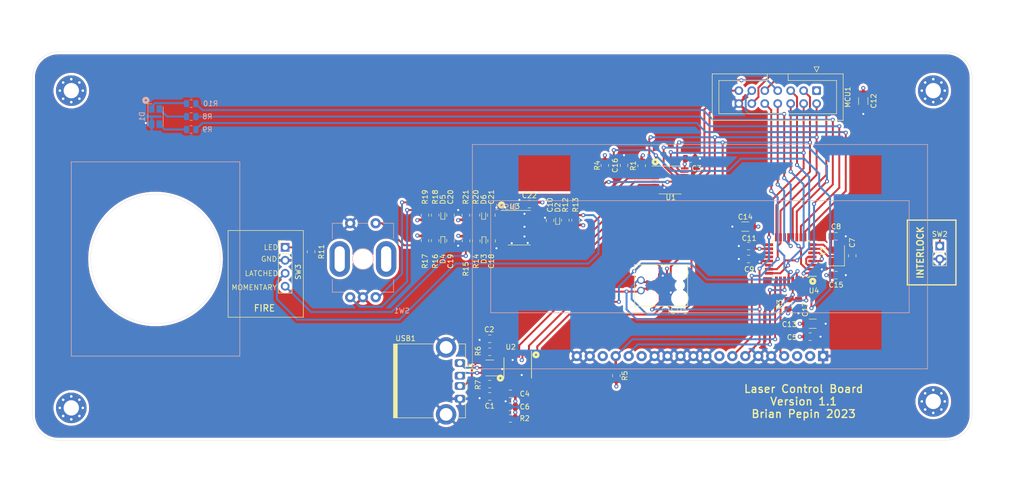
<source format=kicad_pcb>
(kicad_pcb (version 20211014) (generator pcbnew)
  (title_block (title "Laser Control Board") (date "2021-12-29") (rev "1.1"))
  (layers (0 "F.Cu" signal) (1 "In1.Cu" signal) (2 "In2.Cu" signal) (31 "B.Cu" signal) (34 "B.Paste" user) (35 "F.Paste" user) (36 "B.SilkS" user "B.Silkscreen") (37 "F.SilkS" user "F.Silkscreen") (38 "B.Mask" user) (39 "F.Mask" user) (44 "Edge.Cuts" user))
  (net 0 "")
  (net 1 "GND")
  (net 2 "USBD_N")
  (net 3 "USBD_P")
  (net 4 "+3V0")
  (net 5 "XTAL1")
  (net 6 "XTAL2")
  (net 7 "Net-(C9-Pad1)")
  (net 8 "Net-(D1-Pad4)")
  (net 9 "Net-(D1-Pad3)")
  (net 10 "DISP_CS")
  (net 11 "DISP_RES")
  (net 12 "DISP_DC")
  (net 13 "SCK")
  (net 14 "MOSI")
  (net 15 "MISO")
  (net 16 "ISP")
  (net 17 "RXD")
  (net 18 "TXD")
  (net 19 "RESET")
  (net 20 "INTERLOCK_SW")
  (net 21 "TEC_ENABLE")
  (net 22 "CS_TEC_SET")
  (net 23 "RST_LASER")
  (net 24 "INTERLOCK_EN")
  (net 25 "CS_CHARGE")
  (net 26 "CS_TEC_READ")
  (net 27 "TMP_LASER")
  (net 28 "CS_LASER")
  (net 29 "LED_R")
  (net 30 "LED_G")
  (net 31 "LED_B")
  (net 32 "ENC_SEL_SW")
  (net 33 "ENC_A_SW")
  (net 34 "ENC_B_SW")
  (net 35 "FIRE_LATCH_SW")
  (net 36 "FIRE_MOM_SW")
  (net 37 "BUTTON_IRQ")
  (net 38 "FIRE_LATCH")
  (net 39 "FIRE_MOM")
  (net 40 "ENC_SEL")
  (net 41 "CS_BUTTONS")
  (net 42 "Net-(D1-Pad1)")
  (net 43 "Net-(R6-Pad1)")
  (net 44 "Net-(R7-Pad1)")
  (net 45 "Net-(U5-Pad5)")
  (net 50 "Net-(C16-Pad2)")
  (net 55 "FIRE_LED")
  (net 56 "Net-(R11-Pad2)")
  (net 67 "Net-(C10-Pad1)")
  (net 68 "Net-(C18-Pad1)")
  (net 69 "Net-(C19-Pad1)")
  (net 70 "Net-(C20-Pad1)")
  (net 71 "Net-(C21-Pad1)")
  (net 72 "ENC_A")
  (net 73 "ENC_B")
  (footprint "Capacitor_SMD:C_0805_2012Metric" (layer "F.Cu") (at 180.975 81.915 180)
    (fp_text reference "C3")
    (fp_text value ".1uF")
  )
  (footprint "Capacitor_SMD:C_0805_2012Metric" (layer "F.Cu") (at 204.47 116.84 180)
    (fp_text reference "C5")
    (fp_text value ".1uF")
  )
  (footprint "Capacitor_SMD:C_0805_2012Metric" (layer "F.Cu") (at 212.725 100.965 90)
    (fp_text reference "C7")
    (fp_text value "18pF")
  )
  (footprint "Capacitor_SMD:C_0805_2012Metric" (layer "F.Cu") (at 209.55 97.155 180)
    (fp_text reference "C8")
    (fp_text value "18pF")
  )
  (footprint "Capacitor_SMD:C_0805_2012Metric" (layer "F.Cu") (at 192.405 101.6 180)
    (fp_text reference "C9")
    (fp_text value ".1uF")
  )
  (footprint "Capacitor_SMD:C_0805_2012Metric" (layer "F.Cu") (at 192.405 99.06)
    (fp_text reference "C11")
    (fp_text value ".1uF")
  )
  (footprint "Capacitor_SMD:C_1206_3216Metric" (layer "F.Cu") (at 204.978 114.3)
    (fp_text reference "C13")
    (fp_text value "22uF")
  )
  (footprint "Capacitor_SMD:C_1206_3216Metric" (layer "F.Cu") (at 191.77 95.25 180)
    (fp_text reference "C14")
    (fp_text value "22uF")
  )
  (footprint "pepin-footprints:TC2050-IDC" (layer "F.Cu") (at 178.940351 106.781351 180)
    (fp_text reference "ISP1")
    (fp_text value "AVR_ISP_10_SERIAL" hide)
  )
  (footprint "Connector_IDC:IDC-Header_2x07_P2.54mm_Vertical" (layer "F.Cu") (at 205.74 68.58 -90)
    (fp_text reference "MCU1")
    (fp_text value "2-1761603-5")
  )
  (footprint "Resistor_SMD:R_0805_2012Metric" (layer "F.Cu") (at 171.45 83.312 90)
    (fp_text reference "R1")
    (fp_text value "10k")
  )
  (footprint "Resistor_SMD:R_0805_2012Metric" (layer "F.Cu") (at 200.152 110.49 90)
    (fp_text reference "R3")
    (fp_text value "10k")
  )
  (footprint "Connector_PinHeader_2.54mm:PinHeader_1x02_P2.54mm_Vertical" (layer "F.Cu") (at 229.87 99.06)
    (fp_text reference "SW2")
    (fp_text value "KO128B2007")
  )
  (footprint "Package_SO:TSSOP-16_4.4x5mm_P0.65mm" (layer "F.Cu") (at 177.038 86.106)
    (fp_text reference "U1")
    (fp_text value "XRA1402IG16TR-F")
  )
  (footprint "Package_QFP:TQFP-32_7x7mm_P0.8mm" (layer "F.Cu") (at 200.66 101.6 180)
    (fp_text reference "U4")
    (fp_text value "ATMEGA328P-AU")
  )
  (footprint "Crystal:Crystal_SMD_3225-4Pin_3.2x2.5mm" (layer "F.Cu") (at 209.55 100.965 90)
    (fp_text reference "Y1")
    (fp_text value "ABM8AIG-20.000MHZ-4-T")
  )
  (footprint "Capacitor_SMD:C_0805_2012Metric" (layer "F.Cu") (at 209.55 104.775)
    (fp_text reference "C15")
    (fp_text value ".1uF")
  )
  (footprint "Capacitor_SMD:C_1206_3216Metric" (layer "F.Cu") (at 214.884 70.612 -90)
    (fp_text reference "C12")
    (fp_text value "22uF")
  )
  (footprint "Components:USB-A1HSW6" (layer "F.Cu") (at 135.844 125.513 -90)
    (fp_text reference "USB1")
    (fp_text value "USB-A1HSW6")
  )
  (footprint "Resistor_SMD:R_0805_2012Metric" (layer "F.Cu") (at 145.75 132.879)
    (fp_text reference "R2")
    (fp_text value "10k")
  )
  (footprint "Resistor_SMD:R_0805_2012Metric" (layer "F.Cu") (at 141.686 119.798)
    (fp_text reference "R6")
    (fp_text value "27")
  )
  (footprint "Package_SO:SSOP-16_3.9x4.9mm_P0.635mm" (layer "F.Cu") (at 147.147 122.973 -90)
    (fp_text reference "U2")
    (fp_text value "FT230XS-U")
  )
  (footprint "Package_TO_SOT_SMD:SOT-23-6" (layer "F.Cu") (at 141.686 122.973 180)
    (fp_text reference "U5")
    (fp_text value "ESDALD05UD4")
  )
  (footprint "Resistor_SMD:R_0805_2012Metric" (layer "F.Cu") (at 141.686 126.148)
    (fp_text reference "R7")
    (fp_text value "27")
  )
  (footprint "Capacitor_SMD:C_0805_2012Metric" (layer "F.Cu") (at 145.75 130.593 180)
    (fp_text reference "C6")
    (fp_text value "4.7uF")
  )
  (footprint "Capacitor_SMD:C_0805_2012Metric" (layer "F.Cu") (at 141.686 117.258 180)
    (fp_text reference "C2")
    (fp_text value "47pF")
  )
  (footprint "Capacitor_SMD:C_0805_2012Metric" (layer "F.Cu") (at 145.75 128.053 180)
    (fp_text reference "C4")
    (fp_text value ".1uF")
  )
  (footprint "Capacitor_SMD:C_0805_2012Metric" (layer "F.Cu") (at 141.686 128.561 180)
    (fp_text reference "C1")
    (fp_text value "47pF")
  )
  (footprint "MountingHole:MountingHole_3mm_Pad_Via" (layer "F.Cu") (at 59.69 68.58)
    (fp_text reference "H1" hide)
    (fp_text value "MountingHole_Pad")
  )
  (footprint "MountingHole:MountingHole_3mm_Pad_Via" (layer "F.Cu") (at 228.6 68.58)
    (fp_text reference "H2" hide)
    (fp_text value "MountingHole_Pad" hide)
  )
  (footprint "MountingHole:MountingHole_3mm_Pad_Via" (layer "F.Cu") (at 59.69 130.81)
    (fp_text reference "H3" hide)
    (fp_text value "MountingHole_Pad")
  )
  (footprint "MountingHole:MountingHole_3mm_Pad_Via" (layer "F.Cu") (at 228.6 129.54)
    (fp_text reference "H4" hide)
    (fp_text value "MountingHole_Pad")
  )
  (footprint "Capacitor_SMD:C_0805_2012Metric" (layer "F.Cu") (at 168 83.25 -90)
    (fp_text reference "C16")
    (fp_text value ".1uF")
  )
  (footprint "Resistor_SMD:R_0805_2012Metric" (layer "F.Cu") (at 164.25 83.25 -90)
    (fp_text reference "R4")
    (fp_text value "10k")
  )
  (footprint "Resistor_SMD:R_0805_2012Metric" (layer "F.Cu") (at 166.5 124.5 -90)
    (fp_text reference "R5")
    (fp_text value "10k")
  )
  (footprint "Resistor_SMD:R_0805_2012Metric" (layer "F.Cu") (at 129 93 -90)
    (fp_text reference "R19")
    (fp_text value "51k")
  )
  (footprint "Resistor_SMD:R_0805_2012Metric" (layer "F.Cu") (at 106.68 100.1795 90)
    (fp_text reference "R11")
    (fp_text value "140")
  )
  (footprint "Resistor_SMD:R_0805_2012Metric" (layer "F.Cu") (at 137 93 -90)
    (fp_text reference "R21")
    (fp_text value "51k")
  )
  (footprint "Resistor_SMD:R_0805_2012Metric" (layer "F.Cu") (at 131 93 -90)
    (fp_text reference "R18")
    (fp_text value "51k")
  )
  (footprint "Diode_SMD:D_SOD-923" (layer "F.Cu") (at 140.494 93 90)
    (fp_text reference "D6")
    (fp_text value "RB886CST2RA")
  )
  (footprint "Capacitor_SMD:C_0805_2012Metric" (layer "F.Cu") (at 149.445 90.84)
    (fp_text reference "C22")
    (fp_text value ".1uF")
  )
  (footprint "Capacitor_SMD:C_0805_2012Metric" (layer "F.Cu") (at 134 98 -90)
    (fp_text reference "C19")
    (fp_text value ".1uF")
  )
  (footprint "Capacitor_SMD:C_0805_2012Metric" (layer "F.Cu") (at 142.05 98.05 -90)
    (fp_text reference "C18")
    (fp_text value ".1uF")
  )
  (footprint "Resistor_SMD:R_0805_2012Metric" (layer "F.Cu") (at 137.05 98.05 90)
    (fp_text reference "R15")
    (fp_text value "51k")
  )
  (footprint "Diode_SMD:D_SOD-923" (layer "F.Cu") (at 132.5 98 -90)
    (fp_text reference "D4")
    (fp_text value "RB886CST2RA")
  )
  (footprint "Capacitor_SMD:C_0805_2012Metric" (layer "F.Cu") (at 142 93 90)
    (fp_text reference "C21")
    (fp_text value ".1uF")
  )
  (footprint "Diode_SMD:D_SOD-923" (layer "F.Cu") (at 155 94 90)
    (fp_text reference "D2")
    (fp_text value "RB886CST2RA")
  )
  (footprint "Resistor_SMD:R_0805_2012Metric" (layer "F.Cu") (at 131 98 90)
    (fp_text reference "R16")
    (fp_text value "51k")
  )
  (footprint "Package_SO:TSSOP-20_4.4x6.5mm_P0.65mm" (layer "F.Cu") (at 147.47 95.47)
    (fp_text reference "U3")
    (fp_text value "SN74HCS244QPWRQ1")
  )
  (footprint "Capacitor_SMD:C_0805_2012Metric" (layer "F.Cu") (at 153.5 94.05 90)
    (fp_text reference "C10")
    (fp_text value ".1uF")
  )
  (footprint "Diode_SMD:D_SOD-923" (layer "F.Cu") (at 132.5 93 90)
    (fp_text reference "D5")
    (fp_text value "RB886CST2RA")
  )
  (footprint "Resistor_SMD:R_0805_2012Metric" (layer "F.Cu") (at 138.97 93 -90)
    (fp_text reference "R20")
    (fp_text value "51k")
  )
  (footprint "Connector_PinHeader_2.54mm:PinHeader_1x04_P2.54mm_Vertical" (layer "F.Cu") (at 101.6 99.324)
    (fp_text reference "SW3")
    (fp_text value "Conn_01x04")
  )
  (footprint "Capacitor_SMD:C_0805_2012Metric" (layer "F.Cu") (at 134 93 90)
    (fp_text reference "C20")
    (fp_text value ".1uF")
  )
  (footprint "Resistor_SMD:R_0805_2012Metric" (layer "F.Cu") (at 139.05 98.05 90)
    (fp_text reference "R14")
    (fp_text value "51k")
  )
  (footprint "Capacitor_SMD:C_0805_2012Metric" (layer "F.Cu") (at 202.184 110.49 -90)
    (fp_text reference "C17")
    (fp_text value ".1uF")
  )
  (footprint "Diode_SMD:D_SOD-923" (layer "F.Cu") (at 140.55 98.05 -90)
    (fp_text reference "D3")
    (fp_text value "RB886CST2RA")
  )
  (footprint "Resistor_SMD:R_0805_2012Metric" (layer "F.Cu") (at 129 98 90)
    (fp_text reference "R17")
    (fp_text value "51k")
  )
  (footprint "Resistor_SMD:R_0805_2012Metric" (layer "F.Cu") (at 156.5 94 -90)
    (fp_text reference "R12")
    (fp_text value "51k")
  )
  (footprint "Resistor_SMD:R_0805_2012Metric" (layer "F.Cu") (at 158.5 94 -90)
    (fp_text reference "R13")
    (fp_text value "51k")
  )
  (footprint "Resistor_SMD:R_0805_2012Metric" (layer "B.Cu") (at 83.185 73.66)
    (fp_text reference "R8")
    (fp_text value "175")
  )
  (footprint "Resistor_SMD:R_0805_2012Metric" (layer "B.Cu") (at 83.185 76.2)
    (fp_text reference "R9")
    (fp_text value "175")
  )
  (footprint "Resistor_SMD:R_0805_2012Metric" (layer "B.Cu") (at 83.185 71.12)
    (fp_text reference "R10")
    (fp_text value "600")
  )
  (footprint "Components:EN11-HSM" (layer "B.Cu") (at 116.84 101.6 180)
    (fp_text reference "SW1")
    (fp_text value "EN11-HSM1AF20")
  )
  (footprint "LED_SMD:LED_Avago_PLCC4_3.2x2.8mm_CW" (layer "B.Cu") (at 76.2 73.66 -90)
    (fp_text reference "D1")
    (fp_text value "AAA3528LSEKJ3ZGKQBKS")
  )
  (footprint "Components:NHD-3.12-25664UC" (layer "B.Cu") (at 182.88 101.6 180)
    (fp_text reference "DISP1")
    (fp_text value "NHD-3.12-25664UCW2")
  )
  (gr_line (start 92.71 82.55) (end 59.69 82.55) (layer "B.SilkS") (width 0.12))
  (gr_circle (center 74.295 70.485) (end 74.495 70.485) (layer "B.SilkS") (width 0.5) (fill none))
  (gr_line (start 59.69 82.55) (end 59.69 120.65) (layer "B.SilkS") (width 0.12))
  (gr_line (start 92.71 120.65) (end 92.71 82.55) (layer "B.SilkS") (width 0.12))
  (gr_line (start 59.69 120.65) (end 92.71 120.65) (layer "B.SilkS") (width 0.12))
  (gr_line (start 90.424 113.03) (end 90.424 96.012) (layer "F.SilkS") (width 0.12))
  (gr_line (start 223.52 106.68) (end 223.52 93.98) (layer "F.SilkS") (width 0.254))
  (gr_circle (center 174.117 82.55) (end 174.317 82.55) (layer "F.SilkS") (width 0.5) (fill none))
  (gr_circle (center 150.749 120.396) (end 150.949 120.396) (layer "F.SilkS") (width 0.5) (fill none))
  (gr_circle (center 143.764 124.968) (end 143.964 124.968) (layer "F.SilkS") (width 0.5) (fill none))
  (gr_circle (center 204.978 105.972) (end 205.178 105.972) (layer "F.SilkS") (width 0.5) (fill none))
  (gr_line (start 105.156 96.012) (end 105.156 113.03) (layer "F.SilkS") (width 0.12))
  (gr_line (start 90.424 96.012) (end 105.156 96.012) (layer "F.SilkS") (width 0.12))
  (gr_line (start 105.156 113.03) (end 90.424 113.03) (layer "F.SilkS") (width 0.12))
  (gr_circle (center 144 91) (end 144.2 91) (layer "F.SilkS") (width 0.5) (fill none))
  (gr_line (start 223.52 93.98) (end 233.045 93.98) (layer "F.SilkS") (width 0.254))
  (gr_line (start 233.045 106.68) (end 223.52 106.68) (layer "F.SilkS") (width 0.254))
  (gr_line (start 233.045 93.98) (end 233.045 106.68) (layer "F.SilkS") (width 0.254))
  (gr_line (start 52.07 132.08) (end 52.07 66.04) (layer "Edge.Cuts") (width 0.05))
  (gr_arc (start 57.15 137.16) (mid 53.557898 135.672102) (end 52.07 132.08) (layer "Edge.Cuts") (width 0.05))
  (gr_arc (start 231.14 60.96) (mid 234.732102 62.447898) (end 236.22 66.04) (layer "Edge.Cuts") (width 0.05))
  (gr_line (start 236.22 66.04) (end 236.22 132.08) (layer "Edge.Cuts") (width 0.05))
  (gr_line (start 57.15 60.96) (end 231.14 60.96) (layer "Edge.Cuts") (width 0.05))
  (gr_arc (start 52.07 66.04) (mid 53.557898 62.447898) (end 57.15 60.96) (layer "Edge.Cuts") (width 0.05))
  (gr_circle (center 76.2 101.6) (end 88.9 101.6) (layer "Edge.Cuts") (width 0.05) (fill none))
  (gr_arc (start 236.22 132.08) (mid 234.732102 135.672102) (end 231.14 137.16) (layer "Edge.Cuts") (width 0.05))
  (gr_line (start 231.14 137.16) (end 57.15 137.16) (layer "Edge.Cuts") (width 0.05))
  (gr_text "LATCHED" (at 100.27 104.434) (layer "F.SilkS") (effects (font (size 1.016 1.016) (thickness 0.127)) (justify right)))
  (gr_text "MOMENTARY" (at 100.076 107.188) (layer "F.SilkS") (effects (font (size 1.016 1.016) (thickness 0.127)) (justify right)))
  (gr_text "Laser Control Board\nVersion 1.1\nBrian Pepin 2023" (at 203.2 129.54) (layer "F.SilkS") (effects (font (size 1.524 1.524) (thickness 0.254))))
  (gr_text "GND" (at 100.076 101.6) (layer "F.SilkS") (effects (font (size 1.016 1.016) (thickness 0.127)) (justify right)))
  (gr_text "LED" (at 100.27 99.324) (layer "F.SilkS") (effects (font (size 1.016 1.016) (thickness 0.127)) (justify right)))
  (gr_text "INTERLOCK" (at 226.06 100.33 90) (layer "F.SilkS") (effects (font (size 1.27 1.27) (thickness 0.254))))
  (gr_text "FIRE" (at 97.536 111.252) (layer "F.SilkS") (effects (font (size 1.27 1.27) (thickness 0.2032))))
  (segment (start 144.8 130.593) (end 144.8 129.52) (width 0.508) (layer "F.Cu") (net 1))
  (segment (start 144.8 129.52) (end 144.8 128.053) (width 0.508) (layer "F.Cu") (net 1))
  (segment (start 146.1945 121.390513) (end 146.170546 121.414467) (width 0.381) (layer "F.Cu") (net 1))
  (segment (start 146.1945 120.373) (end 146.1945 121.390513) (width 0.381) (layer "F.Cu") (net 1))
  (segment (start 139.917 117.258) (end 139.7 117.475) (width 0.381) (layer "F.Cu") (net 1))
  (segment (start 140.736 117.258) (end 139.917 117.258) (width 0.381) (layer "F.Cu") (net 1))
  (segment (start 147.4645 125.573) (end 147.4645 124.592) (width 0.381) (layer "F.Cu") (net 1))
  (segment (start 147.686702 124.369798) (end 147.955 124.369798) (width 0.381) (layer "F.Cu") (net 1))
  (segment (start 147.4645 124.592) (end 147.686702 124.369798) (width 0.381) (layer "F.Cu") (net 1))
  (segment (start 142.786 122.973) (end 143.928 122.973) (width 0.381) (layer "F.Cu") (net 1))
  (segment (start 143.928 122.973) (end 144.145 123.19) (width 0.381) (layer "F.Cu") (net 1))
  (segment (start 140.044 128.561) (end 139.7 128.905) (width 0.381) (layer "F.Cu") (net 1))
  (segment (start 140.736 128.561) (end 140.044 128.561) (width 0.381) (layer "F.Cu") (net 1))
  (segment (start 146.1945 120.373) (end 146.8295 120.373) (width 0.381) (layer "F.Cu") (net 1))
  (segment (start 210.4 99.865) (end 212.575 99.865) (width 0.381) (layer "F.Cu") (net 1))
  (segment (start 191.455 101.6) (end 190.5 101.6) (width 0.508) (layer "F.Cu") (net 1))
  (segment (start 142 92.05) (end 142.45 92.05) (width 0.508) (layer "F.Cu") (net 1))
  (segment (start 190.295 95.25) (end 189.23 95.25) (width 0.508) (layer "F.Cu") (net 1))
  (segment (start 206.453 114.3) (end 207.518 114.3) (width 0.508) (layer "F.Cu") (net 1))
  (segment (start 210.5 99.765) (end 210.4 99.865) (width 0.381) (layer "F.Cu") (net 1))
  (segment (start 175.592822 104.876351) (end 175.592822 105.68388) (width 0.381) (layer "F.Cu") (net 1))
  (segment (start 175.895 87.63) (end 175.144 88.381) (width 0.381) (layer "F.Cu") (net 1))
  (segment (start 175.592822 105.68388) (end 175.130351 106.146351) (width 0.381) (layer "F.Cu") (net 1))
  (segment (start 150.3325 93.195) (end 148.945 93.195) (width 0.381) (layer "F.Cu") (net 1))
  (segment (start 148.945 93.195) (end 148.495 92.745) (width 0.381) (layer "F.Cu") (net 1))
  (segment (start 175.144 88.381) (end 174.1755 88.381) (width 0.381) (layer "F.Cu") (net 1))
  (segment (start 210.5 104.775) (end 211.455 104.775) (width 0.381) (layer "F.Cu") (net 1))
  (segment (start 212.575 99.865) (end 212.725 100.015) (width 0.381) (layer "F.Cu") (net 1))
  (segment (start 149.13 98.46) (end 150.3325 98.395) (width 0.381) (layer "F.Cu") (net 1))
  (segment (start 205.924 102.8) (end 206.756 103.632) (width 0.381) (layer "F.Cu") (net 1))
  (segment (start 202.184 111.44) (end 202.184 112.268) (width 0.381) (layer "F.Cu") (net 1))
  (segment (start 150.3325 97.095) (end 148.59 97.095) (width 0.381) (layer "F.Cu") (net 1))
  (segment (start 144.6075 91.5525) (end 144.685 91.475) (width 0.381) (layer "F.Cu") (net 1))
  (segment (start 203.708 102.485902) (end 203.708 101.514098) (width 0.381) (layer "F.Cu") (net 1))
  (segment (start 204.022098 101.2) (end 204.91 101.2) (width 0.381) (layer "F.Cu") (net 1))
  (segment (start 152.5 93.5) (end 152.9 93.1) (width 0.508) (layer "F.Cu") (net 1))
  (segment (start 135.5 99) (end 134.45 98.95) (width 0.508) (layer "F.Cu") (net 1))
  (segment (start 142.45 92.05) (end 143 91.5) (width 0.508) (layer "F.Cu") (net 1))
  (segment (start 208.7 102.065) (end 208.7 102.975) (width 0.381) (layer "F.Cu") (net 1))
  (segment (start 196.41 102) (end 194.672 102) (width 0.508) (layer "F.Cu") (net 1))
  (segment (start 214.884 72.087) (end 214.884 73.152) (width 0.508) (layer "F.Cu") (net 1))
  (segment (start 205.42 116.84) (end 206.502 116.84) (width 0.508) (layer "F.Cu") (net 1))
  (segment (start 182.88 81.915) (end 181.925 81.915) (width 0.508) (layer "F.Cu") (net 1))
  (segment (start 148.34 90.84) (end 147.5 90) (width 0.508) (layer "F.Cu") (net 1))
  (segment (start 148.62 95.795) (end 150.3325 95.795) (width 0.381) (layer "F.Cu") (net 1))
  (segment (start 135.5 92) (end 134 92.05) (width 0.508) (layer "F.Cu") (net 1))
  (segment (start 204.91 102.8) (end 205.924 102.8) (width 0.381) (layer "F.Cu") (net 1))
  (segment (start 203.708 101.514098) (end 204.022098 101.2) (width 0.381) (layer "F.Cu") (net 1))
  (segment (start 210.5 97.155) (end 210.5 99.765) (width 0.381) (layer "F.Cu") (net 1))
  (segment (start 177.162351 108.178351) (end 177.670351 107.670351) (width 0.381) (layer "F.Cu") (net 1))
  (segment (start 177.670351 107.670351) (end 177.670351 107.416351) (width 0.381) (layer "F.Cu") (net 1))
  (segment (start 148.495 95.285) (end 148.62 95.795) (width 0.381) (layer "F.Cu") (net 1))
  (segment (start 168 82.3) (end 168 81.25) (width 0.508) (layer "F.Cu") (net 1))
  (segment (start 148.495 90.84) (end 148.34 90.84) (width 0.508) (layer "F.Cu") (net 1))
  (segment (start 134.45 98.95) (end 134 98.95) (width 0.508) (layer "F.Cu") (net 1))
  (segment (start 204.91 102.8) (end 204.022098 102.8) (width 0.381) (layer "F.Cu") (net 1))
  (segment (start 204.022098 102.8) (end 203.708 102.485902) (width 0.381) (layer "F.Cu") (net 1))
  (segment (start 210.5 97.155) (end 211.455 97.155) (width 0.381) (layer "F.Cu") (net 1))
  (segment (start 191.455 99.06) (end 190.5 99.06) (width 0.508) (layer "F.Cu") (net 1))
  (segment (start 152.9 93.1) (end 153.5 93.1) (width 0.508) (layer "F.Cu") (net 1))
  (segment (start 146 98.5) (end 144.6075 98.395) (width 0.381) (layer "F.Cu") (net 1))
  (segment (start 144.6075 92.545) (end 144.6075 91.5525) (width 0.381) (layer "F.Cu") (net 1))
  (segment (start 194.672 102) (end 194.564 102.108) (width 0.508) (layer "F.Cu") (net 1))
  (segment (start 142.05 99) (end 143 99.5) (width 0.508) (layer "F.Cu") (net 1))
  (segment (start 210.4 100.167902) (end 210.4 99.865) (width 0.381) (layer "F.Cu") (net 1))
  (segment (start 208.7 102.975) (end 210.5 104.775) (width 0.381) (layer "F.Cu") (net 1))
  (segment (start 148.59 97.095) (end 148.495 97.19) (width 0.381) (layer "F.Cu") (net 1))
  (via (at 146.170546 121.414467) (size 0.8) (drill 0.4) (layers "F.Cu" "B.Cu") (net 1))
  (via (at 139.7 117.475) (size 0.8) (drill 0.4) (layers "F.Cu" "B.Cu") (net 1))
  (via (at 147.955 124.369798) (size 0.8) (drill 0.4) (layers "F.Cu" "B.Cu") (net 1))
  (via (at 144.145 123.19) (size 0.8) (drill 0.4) (layers "F.Cu" "B.Cu") (net 1))
  (via (at 144.8 129.52) (size 0.8) (drill 0.4) (layers "F.Cu" "B.Cu") (net 1))
  (via (at 139.7 128.905) (size 0.8) (drill 0.4) (layers "F.Cu" "B.Cu") (net 1))
  (via (at 149.13 98.46) (size 0.8) (drill 0.4) (layers "F.Cu" "B.Cu") (net 1))
  (via (at 175.592822 104.876351) (size 0.8) (drill 0.4) (layers "F.Cu" "B.Cu") (net 1))
  (via (at 177.162351 108.178351) (size 0.8) (drill 0.4) (layers "F.Cu" "B.Cu") (net 1))
  (via (at 143 99.5) (size 0.8) (drill 0.4) (layers "F.Cu" "B.Cu") (net 1))
  (via (at 135.5 92) (size 0.8) (drill 0.4) (layers "F.Cu" "B.Cu") (net 1))
  (via (at 211.455 104.775) (size 0.8) (drill 0.4) (layers "F.Cu" "B.Cu") (net 1))
  (via (at 147.5 90) (size 0.8) (drill 0.4) (layers "F.Cu" "B.Cu") (net 1))
  (via (at 148.495 95.285) (size 0.8) (drill 0.4) (layers "F.Cu" "B.Cu") (net 1))
  (via (at 143 91.5) (size 0.8) (drill 0.4) (layers "F.Cu" "B.Cu") (net 1))
  (via (at 189.23 95.25) (size 0.8) (drill 0.4) (layers "F.Cu" "B.Cu") (net 1))
  (via (at 144.685 91.475) (size 0.8) (drill 0.4) (layers "F.Cu" "B.Cu") (net 1))
  (via (at 214.884 73.152) (size 0.8) (drill 0.4) (layers "F.Cu" "B.Cu") (net 1))
  (via (at 211.455 97.155) (size 0.8) (drill 0.4) (layers "F.Cu" "B.Cu") (net 1))
  (via (at 182.88 81.915) (size 0.8) (drill 0.4) (layers "F.Cu" "B.Cu") (net 1))
  (via (at 152.5 93.5) (size 0.8) (drill 0.4) (layers "F.Cu" "B.Cu") (net 1))
  (via (at 206.502 116.84) (size 0.8) (drill 0.4) (layers "F.Cu" "B.Cu") (net 1))
  (via (at 207.518 114.3) (size 0.8) (drill 0.4) (layers "F.Cu" "B.Cu") (net 1))
  (via (at 146 98.5) (size 0.8) (drill 0.4) (layers "F.Cu" "B.Cu") (net 1))
  (via (at 206.756 103.632) (size 0.8) (drill 0.4) (layers "F.Cu" "B.Cu") (net 1))
  (via (at 202.184 112.268) (size 0.8) (drill 0.4) (layers "F.Cu" "B.Cu") (net 1))
  (via (at 74.295 74.93) (size 0.8) (drill 0.4) (layers "F.Cu" "B.Cu") (net 1))
  (via (at 148.495 97.19) (size 0.8) (drill 0.4) (layers "F.Cu" "B.Cu") (net 1))
  (via (at 190.5 99.06) (size 0.8) (drill 0.4) (layers "F.Cu" "B.Cu") (net 1))
  (via (at 148.495 92.745) (size 0.8) (drill 0.4) (layers "F.Cu" "B.Cu") (net 1))
  (via (at 175.895 87.63) (size 0.8) (drill 0.4) (layers "F.Cu" "B.Cu") (net 1))
  (via (at 135.5 99) (size 0.8) (drill 0.4) (layers "F.Cu" "B.Cu") (net 1))
  (via (at 190.5 101.6) (size 0.8) (drill 0.4) (layers "F.Cu" "B.Cu") (net 1))
  (via (at 194.564 102.108) (size 0.8) (drill 0.4) (layers "F.Cu" "B.Cu") (net 1))
  (via (at 168 81.25) (size 0.8) (drill 0.4) (layers "F.Cu" "B.Cu") (net 1))
  (segment (start 74.525 75.16) (end 74.295 74.93) (width 0.381) (layer "B.Cu") (net 1))
  (segment (start 75.45 75.16) (end 74.525 75.16) (width 0.381) (layer "B.Cu") (net 1))
  (segment (start 144.9245 125.573) (end 143.1735 125.573) (width 0.381) (layer "F.Cu") (net 2))
  (segment (start 143.1735 125.573) (end 142.5985 126.148) (width 0.381) (layer "F.Cu") (net 2))
  (segment (start 142.5985 128.5235) (end 142.636 128.561) (width 0.381) (layer "F.Cu") (net 2))
  (segment (start 142.5985 126.148) (end 142.5985 128.5235) (width 0.381) (layer "F.Cu") (net 2))
  (segment (start 142.5985 119.798) (end 142.5985 117.2955) (width 0.381) (layer "F.Cu") (net 3))
  (segment (start 142.5985 117.2955) (end 142.636 117.258) (width 0.381) (layer "F.Cu") (net 3))
  (segment (start 144.9245 120.373) (end 143.1735 120.373) (width 0.381) (layer "F.Cu") (net 3))
  (segment (start 143.1735 120.373) (end 142.5985 119.798) (width 0.381) (layer "F.Cu") (net 3))
  (segment (start 194.532 99.6) (end 193.895 99.6) (width 0.381) (layer "F.Cu") (net 4))
  (segment (start 179.9005 82.9895) (end 179.9005 82.0395) (width 0.381) (layer "F.Cu") (net 4))
  (segment (start 146.8295 126.8555) (end 146.8295 127.9235) (width 0.381) (layer "F.Cu") (net 4))
  (segment (start 146.8295 127.9235) (end 146.7 128.053) (width 0.381) (layer "F.Cu") (net 4))
  (segment (start 146.8295 125.573) (end 146.8295 126.8555) (width 0.381) (layer "F.Cu") (net 4))
  (segment (start 146.7 129.525) (end 146.7 130.593) (width 0.508) (layer "F.Cu") (net 4))
  (segment (start 146.7 128.053) (end 146.7 129.525) (width 0.508) (layer "F.Cu") (net 4))
  (segment (start 146.7 130.593) (end 146.7 131.684) (width 0.508) (layer "F.Cu") (net 4))
  (segment (start 146.7 132.8415) (end 146.6625 132.879) (width 0.508) (layer "F.Cu") (net 4))
  (segment (start 179.9005 83.831) (end 179.9005 82.9895) (width 0.381) (layer "F.Cu") (net 4))
  (segment (start 179.9005 82.0395) (end 180.025 81.915) (width 0.381) (layer "F.Cu") (net 4))
  (segment (start 150.395 90.84) (end 150.735 90.5) (width 0.508) (layer "F.Cu") (net 4))
  (segment (start 164.25 82.3375) (end 164.25 81.25) (width 0.508) (layer "F.Cu") (net 4))
  (segment (start 127.5875 97.0875) (end 127.5 97) (width 0.508) (layer "F.Cu") (net 4))
  (segment (start 204.91 102) (end 206.756 102) (width 0.381) (layer "F.Cu") (net 4))
  (segment (start 176.422351 104.346351) (end 176.400351 104.368351) (width 0.381) (layer "F.Cu") (net 4))
  (segment (start 145.722099 124.632499) (end 145.5595 124.795098) (width 0.381) (layer "F.Cu") (net 4))
  (segment (start 206.184951 100.4) (end 204.91 100.4) (width 0.381) (layer "F.Cu") (net 4))
  (segment (start 137 93.9125) (end 135.5875 93.9125) (width 0.508) (layer "F.Cu") (net 4))
  (segment (start 200.152 112.268) (end 200.152 111.4025) (width 0.508) (layer "F.Cu") (net 4))
  (segment (start 127.5875 93.9125) (end 127.5 94) (width 0.508) (layer "F.Cu") (net 4))
  (segment (start 171.45 81.534) (end 171.704 81.28) (width 0.508) (layer "F.Cu") (net 4))
  (segment (start 148.0995 121.299495) (end 148.0995 120.373) (width 0.381) (layer "F.Cu") (net 4))
  (segment (start 208.6 104.775) (end 207.645 104.775) (width 0.381) (layer "F.Cu") (net 4))
  (segment (start 145.5595 124.795098) (end 145.5595 125.573) (width 0.381) (layer "F.Cu") (net 4))
  (segment (start 206.756 102) (end 206.756 101.6) (width 0.381) (layer "F.Cu") (net 4))
  (segment (start 150.735 90.5) (end 152 90.5) (width 0.508) (layer "F.Cu") (net 4))
  (segment (start 150.3325 92.545) (end 150.3325 90.9025) (width 0.381) (layer "F.Cu") (net 4))
  (segment (start 158.5 94.9125) (end 159.9125 94.9125) (width 0.508) (layer "F.Cu") (net 4))
  (segment (start 129 93.9125) (end 127.5875 93.9125) (width 0.508) (layer "F.Cu") (net 4))
  (segment (start 147.967741 121.431254) (end 148.0995 121.299495) (width 0.381) (layer "F.Cu") (net 4))
  (segment (start 146.8295 125.573) (end 146.8295 124.795098) (width 0.381) (layer "F.Cu") (net 4))
  (segment (start 150.3325 90.9025) (end 150.395 90.84) (width 0.381) (layer "F.Cu") (net 4))
  (segment (start 129 97.0875) (end 127.5875 97.0875) (width 0.508) (layer "F.Cu") (net 4))
  (segment (start 176.422351 103.5) (end 176.422351 104.346351) (width 0.381) (layer "F.Cu") (net 4))
  (segment (start 203.52 116.84) (end 202.438 116.84) (width 0.508) (layer "F.Cu") (net 4))
  (segment (start 146.8295 124.795098) (end 146.666901 124.632499) (width 0.381) (layer "F.Cu") (net 4))
  (segment (start 137.05 97.1375) (end 135.6375 97.1375) (width 0.508) (layer "F.Cu") (net 4))
  (segment (start 214.884 69.137) (end 214.884 68.072) (width 0.508) (layer "F.Cu") (net 4))
  (segment (start 135.6375 97.1375) (end 135.55 97.05) (width 0.508) (layer "F.Cu") (net 4))
  (segment (start 166.5 126.5875) (end 166.5 125.4125) (width 0.508) (layer "F.Cu") (net 4))
  (segment (start 203.503 114.3) (end 202.438 114.3) (width 0.508) (layer "F.Cu") (net 4))
  (segment (start 196.41 99.6) (end 194.532 99.6) (width 0.381) (layer "F.Cu") (net 4))
  (segment (start 146.666901 124.632499) (end 145.722099 124.632499) (width 0.381) (layer "F.Cu") (net 4))
  (segment (start 146.7 131.684) (end 146.7 132.8415) (width 0.508) (layer "F.Cu") (net 4))
  (segment (start 135.5875 93.9125) (end 135.5 94) (width 0.508) (layer "F.Cu") (net 4))
  (segment (start 176.400351 104.368351) (end 176.400351 106.146351) (width 0.381) (layer "F.Cu") (net 4))
  (segment (start 159.9125 94.9125) (end 160 95) (width 0.508) (layer "F.Cu") (net 4))
  (segment (start 171.45 82.3995) (end 171.45 81.534) (width 0.508) (layer "F.Cu") (net 4))
  (segment (start 193.895 99.6) (end 193.355 99.06) (width 0.381) (layer "F.Cu") (net 4))
  (segment (start 206.756 100.971049) (end 206.184951 100.4) (width 0.381) (layer "F.Cu") (net 4))
  (segment (start 193.245 95.25) (end 194.31 95.25) (width 0.508) (layer "F.Cu") (net 4))
  (segment (start 206.756 101.6) (end 206.756 100.971049) (width 0.381) (layer "F.Cu") (net 4))
  (via (at 146.7 129.525) (size 0.8) (drill 0.4) (layers "F.Cu" "B.Cu") (net 4))
  (via (at 147.967741 121.431254) (size 0.8) (drill 0.4) (layers "F.Cu" "B.Cu") (net 4))
  (via (at 160 95) (size 0.8) (drill 0.4) (layers "F.Cu" "B.Cu") (net 4))
  (via (at 127.5 97) (size 0.8) (drill 0.4) (layers "F.Cu" "B.Cu") (net 4))
  (via (at 135.55 97.05) (size 0.8) (drill 0.4) (layers "F.Cu" "B.Cu") (net 4))
  (via (at 171.704 81.28) (size 0.8) (drill 0.4) (layers "F.Cu" "B.Cu") (net 4))
  (via (at 166.5 126.5875) (size 0.8) (drill 0.4) (layers "F.Cu" "B.Cu") (net 4))
  (via (at 207.645 104.775) (size 0.8) (drill 0.4) (layers "F.Cu" "B.Cu") (net 4))
  (via (at 194.31 95.25) (size 0.8) (drill 0.4) (layers "F.Cu" "B.Cu") (net 4))
  (via (at 202.438 116.84) (size 0.8) (drill 0.4) (layers "F.Cu" "B.Cu") (net 4))
  (via (at 179.9005 82.9895) (size 0.8) (drill 0.4) (layers "F.Cu" "B.Cu") (net 4))
  (via (at 194.532 99.6) (size 0.8) (drill 0.4) (layers "F.Cu" "B.Cu") (net 4))
  (via (at 176.422351 103.5) (size 0.8) (drill 0.4) (layers "F.Cu" "B.Cu") (net 4))
  (via (at 200.152 112.268) (size 0.8) (drill 0.4) (layers "F.Cu" "B.Cu") (net 4))
  (via (at 214.884 68.072) (size 0.8) (drill 0.4) (layers "F.Cu" "B.Cu") (net 4))
  (via (at 135.5 94) (size 0.8) (drill 0.4) (layers "F.Cu" "B.Cu") (net 4))
  (via (at 202.438 114.3) (size 0.8) (drill 0.4) (layers "F.Cu" "B.Cu") (net 4))
  (via (at 206.756 101.6) (size 0.8) (drill 0.4) (layers "F.Cu" "B.Cu") (net 4))
  (via (at 164.25 81.25) (size 0.8) (drill 0.4) (layers "F.Cu" "B.Cu") (net 4))
  (via (at 152 90.5) (size 0.8) (drill 0.4) (layers "F.Cu" "B.Cu") (net 4))
  (via (at 146.7 131.684) (size 0.8) (drill 0.4) (layers "F.Cu" "B.Cu") (net 4))
  (via (at 127.5 94) (size 0.8) (drill 0.4) (layers "F.Cu" "B.Cu") (net 4))
  (segment (start 206.522098 99.6) (end 207.946597 101.024499) (width 0.381) (layer "F.Cu") (net 5))
  (segment (start 209.572401 101.024499) (end 210.4 101.852098) (width 0.381) (layer "F.Cu") (net 5))
  (segment (start 210.4 102.065) (end 212.575 102.065) (width 0.381) (layer "F.Cu") (net 5))
  (segment (start 210.4 101.852098) (end 210.4 102.065) (width 0.381) (layer "F.Cu") (net 5))
  (segment (start 212.575 102.065) (end 212.725 101.915) (width 0.381) (layer "F.Cu") (net 5))
  (segment (start 207.946597 101.024499) (end 209.572401 101.024499) (width 0.381) (layer "F.Cu") (net 5))
  (segment (start 204.91 99.6) (end 206.522098 99.6) (width 0.381) (layer "F.Cu") (net 5))
  (segment (start 204.91 98.8) (end 207.0655 98.8) (width 0.381) (layer "F.Cu") (net 6))
  (segment (start 208.1305 99.865) (end 208.7 99.865) (width 0.381) (layer "F.Cu") (net 6))
  (segment (start 208.6 97.155) (end 208.6 99.765) (width 0.381) (layer "F.Cu") (net 6))
  (segment (start 208.6 99.765) (end 208.7 99.865) (width 0.381) (layer "F.Cu") (net 6))
  (segment (start 207.0655 98.8) (end 208.1305 99.865) (width 0.381) (layer "F.Cu") (net 6))
  (segment (start 193.355 101.6) (end 193.755 101.2) (width 0.381) (layer "F.Cu") (net 7))
  (segment (start 193.755 101.2) (end 196.41 101.2) (width 0.381) (layer "F.Cu") (net 7))
  (segment (start 78.45 73.66) (end 82.2725 73.66) (width 0.381) (layer "B.Cu") (net 8))
  (segment (start 78.45 73.66) (end 76.95 72.16) (width 0.381) (layer "B.Cu") (net 8))
  (segment (start 79.7325 76.2) (end 77.99 76.2) (width 0.381) (layer "B.Cu") (net 9))
  (segment (start 79.7325 76.2) (end 82.2725 76.2) (width 0.381) (layer "B.Cu") (net 9))
  (segment (start 77.99 76.2) (end 76.95 75.16) (width 0.381) (layer "B.Cu") (net 9))
  (segment (start 166.5 123.5875) (end 166.37 123.4575) (width 0.508) (layer "F.Cu") (net 10))
  (segment (start 197.612 106.098) (end 197.612 117.348) (width 0.381) (layer "F.Cu") (net 10))
  (segment (start 166.37 123.4575) (end 166.37 120.65) (width 0.508) (layer "F.Cu") (net 10))
  (segment (start 197.86 105.85) (end 197.612 106.098) (width 0.381) (layer "F.Cu") (net 10))
  (via (at 197.612 117.348) (size 0.8) (drill 0.4) (layers "F.Cu" "B.Cu") (net 10))
  (segment (start 169.672 117.348) (end 193.701954 117.348) (width 0.381) (layer "B.Cu") (net 10))
  (segment (start 193.701954 117.348) (end 197.612 117.348) (width 0.381) (layer "B.Cu") (net 10))
  (segment (start 166.37 120.65) (end 169.672 117.348) (width 0.381) (layer "B.Cu") (net 10))
  (segment (start 196.596 118.364) (end 196.596 107.696) (width 0.381) (layer "F.Cu") (net 11))
  (segment (start 199.46 105.85) (end 199.46 107.6865) (width 0.381) (layer "F.Cu") (net 11))
  (segment (start 199.46 107.6865) (end 199.4505 107.696) (width 0.381) (layer "F.Cu") (net 11))
  (via (at 199.4505 107.696) (size 0.8) (drill 0.4) (layers "F.Cu" "B.Cu") (net 11))
  (via (at 196.596 118.364) (size 0.8) (drill 0.4) (layers "F.Cu" "B.Cu") (net 11))
  (via (at 196.596 107.696) (size 0.8) (drill 0.4) (layers "F.Cu" "B.Cu") (net 11))
  (segment (start 168.91 120.142) (end 168.91 120.65) (width 0.381) (layer "B.Cu") (net 11))
  (segment (start 199.4505 107.696) (end 196.596 107.696) (width 0.381) (layer "B.Cu") (net 11))
  (segment (start 170.688 118.364) (end 168.91 120.142) (width 0.381) (layer "B.Cu") (net 11))
  (segment (start 196.596 118.364) (end 170.688 118.364) (width 0.381) (layer "B.Cu") (net 11))
  (segment (start 198.66 119.92) (end 199.39 120.65) (width 0.381) (layer "F.Cu") (net 12))
  (segment (start 198.66 105.85) (end 198.66 119.92) (width 0.381) (layer "F.Cu") (net 12))
  (segment (start 175 110) (end 173.5 111.5) (width 0.381) (layer "F.Cu") (net 13))
  (segment (start 191.77 120.65) (end 194.564 117.856) (width 0.381) (layer "F.Cu") (net 13))
  (segment (start 175 108.556) (end 175 110) (width 0.381) (layer "F.Cu") (net 13))
  (segment (start 203.2 80.772) (end 203.2 71.12) (width 0.381) (layer "F.Cu") (net 13))
  (segment (start 178.666088 85.131) (end 177.165 83.629912) (width 0.381) (layer "F.Cu") (net 13))
  (segment (start 203.2 83.82) (end 196.41 90.61) (width 0.381) (layer "F.Cu") (net 13))
  (segment (start 194.564 117.856) (end 194.564 111.436) (width 0.381) (layer "F.Cu") (net 13))
  (segment (start 194.564 111.436) (end 194.564 103.5) (width 0.381) (layer "F.Cu") (net 13))
  (segment (start 179.9005 85.131) (end 178.666088 85.131) (width 0.381) (layer "F.Cu") (net 13))
  (segment (start 173.860351 107.416351) (end 175 108.556) (width 0.381) (layer "F.Cu") (net 13))
  (segment (start 177.165 83.629912) (end 177.165 80.645) (width 0.381) (layer "F.Cu") (net 13))
  (segment (start 196.41 90.61) (end 196.41 97.35) (width 0.381) (layer "F.Cu") (net 13))
  (segment (start 196.41 98.8) (end 196.41 97.35) (width 0.381) (layer "F.Cu") (net 13))
  (segment (start 203.2 80.772) (end 203.2 83.82) (width 0.381) (layer "F.Cu") (net 13))
  (via (at 194.564 103.5) (size 0.8) (drill 0.4) (layers "F.Cu" "B.Cu") (net 13))
  (via (at 194.564 111.436) (size 0.8) (drill 0.4) (layers "F.Cu" "B.Cu") (net 13))
  (via (at 173.5 111.5) (size 0.8) (drill 0.4) (layers "F.Cu" "B.Cu") (net 13))
  (via (at 196.41 97.35) (size 0.8) (drill 0.4) (layers "F.Cu" "B.Cu") (net 13))
  (via (at 177.165 80.645) (size 0.8) (drill 0.4) (layers "F.Cu" "B.Cu") (net 13))
  (via (at 203.2 80.772) (size 0.8) (drill 0.4) (layers "F.Cu" "B.Cu") (net 13))
  (segment (start 194.5 111.5) (end 194.564 111.436) (width 0.381) (layer "B.Cu") (net 13))
  (segment (start 189.992 80.772) (end 177.292 80.772) (width 0.381) (layer "B.Cu") (net 13))
  (segment (start 177.292 80.772) (end 177.165 80.645) (width 0.381) (layer "B.Cu") (net 13))
  (segment (start 196.41 101.654) (end 196.41 97.35) (width 0.381) (layer "B.Cu") (net 13))
  (segment (start 194.564 103.5) (end 196.41 101.654) (width 0.381) (layer "B.Cu") (net 13))
  (segment (start 173.5 111.5) (end 194.5 111.5) (width 0.381) (layer "B.Cu") (net 13))
  (segment (start 203.2 80.772) (end 189.992 80.772) (width 0.381) (layer "B.Cu") (net 13))
  (segment (start 177.162351 103.098351) (end 180 100.260702) (width 0.381) (layer "F.Cu") (net 14))
  (segment (start 172.955001 77.996999) (end 172.955001 84.041689) (width 0.381) (layer "F.Cu") (net 14))
  (segment (start 198.66 98.52) (end 198.12 99.06) (width 0.381) (layer "F.Cu") (net 14))
  (segment (start 173.394312 84.481) (end 174.1755 84.481) (width 0.381) (layer "F.Cu") (net 14))
  (segment (start 198.12 99.06) (end 198.12 101.6) (width 0.381) (layer "F.Cu") (net 14))
  (segment (start 193.04 116.84) (end 193.04 104.902003) (width 0.381) (layer "F.Cu") (net 14))
  (segment (start 180 94.5) (end 185.801 88.699) (width 0.381) (layer "F.Cu") (net 14))
  (segment (start 172.955001 84.041689) (end 173.394312 84.481) (width 0.381) (layer "F.Cu") (net 14))
  (segment (start 198.66 97.35) (end 198.66 92.17) (width 0.381) (layer "F.Cu") (net 14))
  (segment (start 177.162351 105.638351) (end 177.162351 103.098351) (width 0.381) (layer "F.Cu") (net 14))
  (segment (start 198.66 97.35) (end 198.66 98.52) (width 0.381) (layer "F.Cu") (net 14))
  (segment (start 205.74 77.724) (end 205.74 71.12) (width 0.381) (layer "F.Cu") (net 14))
  (segment (start 198.66 92.17) (end 205.74 85.09) (width 0.381) (layer "F.Cu") (net 14))
  (segment (start 205.74 85.09) (end 205.74 77.724) (width 0.381) (layer "F.Cu") (net 14))
  (segment (start 173.228 77.724) (end 172.955001 77.996999) (width 0.381) (layer "F.Cu") (net 14))
  (segment (start 185.801 88.699) (end 185.801 77.724) (width 0.381) (layer "F.Cu") (net 14))
  (segment (start 180 100.260702) (end 180 94.5) (width 0.381) (layer "F.Cu") (net 14))
  (segment (start 189.23 120.65) (end 193.04 116.84) (width 0.381) (layer "F.Cu") (net 14))
  (segment (start 177.670351 106.146351) (end 177.162351 105.638351) (width 0.381) (layer "F.Cu") (net 14))
  (via (at 198.12 101.6) (size 0.8) (drill 0.4) (layers "F.Cu" "B.Cu") (net 14))
  (via (at 173.228 77.724) (size 0.8) (drill 0.4) (layers "F.Cu" "B.Cu") (net 14))
  (via (at 185.801 77.724) (size 0.8) (drill 0.4) (layers "F.Cu" "B.Cu") (net 14))
  (via (at 193.04 104.902003) (size 0.8) (drill 0.4) (layers "F.Cu" "B.Cu") (net 14))
  (via (at 205.74 77.724) (size 0.8) (drill 0.4) (layers "F.Cu" "B.Cu") (net 14))
  (segment (start 173.228 77.724) (end 185.801 77.724) (width 0.381) (layer "B.Cu") (net 14))
  (segment (start 193.04 104.902003) (end 194.817997 104.902003) (width 0.381) (layer "B.Cu") (net 14))
  (segment (start 205.74 77.724) (end 192.405 77.724) (width 0.381) (layer "B.Cu") (net 14))
  (segment (start 185.801 77.724) (end 192.405 77.724) (width 0.381) (layer "B.Cu") (net 14))
  (segment (start 194.817997 104.902003) (end 198.12 101.6) (width 0.381) (layer "B.Cu") (net 14))
  (segment (start 204.440501 78.515499) (end 204.440501 81.055499) (width 0.381) (layer "F.Cu") (net 15))
  (segment (start 181.226351 110.273649) (end 181.226351 95.273649) (width 0.381) (layer "F.Cu") (net 15))
  (segment (start 197.86 91.065) (end 204.440501 84.484499) (width 0.381) (layer "F.Cu") (net 15))
  (segment (start 187.325 89.175) (end 187.325 78.74) (width 0.381) (layer "F.Cu") (net 15))
  (segment (start 204.440501 69.820501) (end 204.440501 78.515499) (width 0.381) (layer "F.Cu") (net 15))
  (segment (start 179.119312 84.481) (end 179.9005 84.481) (width 0.381) (layer "F.Cu") (net 15))
  (segment (start 180 111.5) (end 181.226351 110.273649) (width 0.381) (layer "F.Cu") (net 15))
  (segment (start 181.226351 95.273649) (end 187.325 89.175) (width 0.381) (layer "F.Cu") (net 15))
  (segment (start 178.435 83.796688) (end 179.119312 84.481) (width 0.381) (layer "F.Cu") (net 15))
  (segment (start 177.436 111.5) (end 180 111.5) (width 0.381) (layer "F.Cu") (net 15))
  (segment (start 176.400351 107.416351) (end 176.400351 110.464351) (width 0.381) (layer "F.Cu") (net 15))
  (segment (start 178.435 79.121) (end 178.435 83.796688) (width 0.381) (layer "F.Cu") (net 15))
  (segment (start 203.2 68.58) (end 204.440501 69.820501) (width 0.381) (layer "F.Cu") (net 15))
  (segment (start 197.86 97.35) (end 197.86 91.065) (width 0.381) (layer "F.Cu") (net 15))
  (segment (start 176.400351 110.464351) (end 177.436 111.5) (width 0.381) (layer "F.Cu") (net 15))
  (segment (start 204.440501 84.484499) (end 204.440501 81.055499) (width 0.381) (layer "F.Cu") (net 15))
  (segment (start 178.816 78.74) (end 178.435 79.121) (width 0.381) (layer "F.Cu") (net 15))
  (via (at 178.816 78.74) (size 0.8) (drill 0.4) (layers "F.Cu" "B.Cu") (net 15))
  (via (at 187.325 78.74) (size 0.8) (drill 0.4) (layers "F.Cu" "B.Cu") (net 15))
  (via (at 204.440501 78.74) (size 0.8) (drill 0.4) (layers "F.Cu" "B.Cu") (net 15))
  (segment (start 190.881 78.74) (end 178.816 78.74) (width 0.381) (layer "B.Cu") (net 15))
  (segment (start 204.440501 78.74) (end 190.881 78.74) (width 0.381) (layer "B.Cu") (net 15))
  (segment (start 146.1945 125.573) (end 146.1945 126.923154) (width 0.381) (layer "F.Cu") (net 16))
  (segment (start 145.69371 127.423944) (end 145.69371 132.02279) (width 0.381) (layer "F.Cu") (net 16))
  (segment (start 146.1945 126.923154) (end 145.69371 127.423944) (width 0.381) (layer "F.Cu") (net 16))
  (segment (start 145.69371 132.02279) (end 144.8375 132.879) (width 0.381) (layer "F.Cu") (net 16))
  (segment (start 150.495 134.62) (end 151 134.115) (width 0.381) (layer "F.Cu") (net 16))
  (segment (start 151 118.75) (end 157.25 112.5) (width 0.381) (layer "F.Cu") (net 16))
  (segment (start 175.638351 107.924351) (end 175.130351 107.416351) (width 0.381) (layer "F.Cu") (net 16))
  (segment (start 144.8375 132.879) (end 144.8375 133.46075) (width 0.381) (layer "F.Cu") (net 16))
  (segment (start 175.638351 110.718351) (end 175.638351 107.924351) (width 0.381) (layer "F.Cu") (net 16))
  (segment (start 145.99675 134.62) (end 150.495 134.62) (width 0.381) (layer "F.Cu") (net 16))
  (segment (start 173.856702 112.5) (end 175.638351 110.718351) (width 0.381) (layer "F.Cu") (net 16))
  (segment (start 144.8375 133.46075) (end 145.99675 134.62) (width 0.381) (layer "F.Cu") (net 16))
  (segment (start 151 134.115) (end 151 118.75) (width 0.381) (layer "F.Cu") (net 16))
  (segment (start 157.25 112.5) (end 173.856702 112.5) (width 0.381) (layer "F.Cu") (net 16))
  (segment (start 173.860351 106.146351) (end 174.852322 105.15438) (width 0.381) (layer "F.Cu") (net 17))
  (segment (start 201.86 104.14) (end 202 104) (width 0.381) (layer "F.Cu") (net 17))
  (segment (start 174.5 102.5) (end 171.5 102.5) (width 0.381) (layer "F.Cu") (net 17))
  (segment (start 149.3695 118.6305) (end 149.3695 120.373) (width 0.381) (layer "F.Cu") (net 17))
  (segment (start 174.852322 105.15438) (end 174.852322 104.569625) (width 0.381) (layer "F.Cu") (net 17))
  (segment (start 158 110) (end 149.3695 118.6305) (width 0.381) (layer "F.Cu") (net 17))
  (segment (start 174.852322 104.569625) (end 175 104.421947) (width 0.381) (layer "F.Cu") (net 17))
  (segment (start 171.5 102.5) (end 170 104) (width 0.381) (layer "F.Cu") (net 17))
  (segment (start 175 103) (end 174.5 102.5) (width 0.381) (layer "F.Cu") (net 17))
  (segment (start 175 104.421947) (end 175 103) (width 0.381) (layer "F.Cu") (net 17))
  (segment (start 167 110) (end 158 110) (width 0.381) (layer "F.Cu") (net 17))
  (segment (start 201.86 105.85) (end 201.86 104.14) (width 0.381) (layer "F.Cu") (net 17))
  (via (at 167 110) (size 0.8) (drill 0.4) (layers "F.Cu" "B.Cu") (net 17))
  (via (at 202 104) (size 0.8) (drill 0.4) (layers "F.Cu" "B.Cu") (net 17))
  (via (at 170 104) (size 0.8) (drill 0.4) (layers "F.Cu" "B.Cu") (net 17))
  (segment (start 200.357497 105.642503) (end 184.238936 105.642503) (width 0.381) (layer "B.Cu") (net 17))
  (segment (start 171.5 102.5) (end 170 104) (width 0.381) (layer "B.Cu") (net 17))
  (segment (start 167 110) (end 167 107) (width 0.381) (layer "B.Cu") (net 17))
  (segment (start 181.096433 102.5) (end 171.5 102.5) (width 0.381) (layer "B.Cu") (net 17))
  (segment (start 167 107) (end 170 104) (width 0.381) (layer "B.Cu") (net 17))
  (segment (start 202 104) (end 200.357497 105.642503) (width 0.381) (layer "B.Cu") (net 17))
  (segment (start 184.238936 105.642503) (end 181.096433 102.5) (width 0.381) (layer "B.Cu") (net 17))
  (segment (start 202.66 107.156) (end 202.66 105.85) (width 0.381) (layer "F.Cu") (net 18))
  (segment (start 203.708 109.728) (end 203.708 108.204) (width 0.381) (layer "F.Cu") (net 18))
  (segment (start 168.5 108) (end 171.117702 108) (width 0.381) (layer "F.Cu") (net 18))
  (segment (start 147.4645 118.5355) (end 158 108) (width 0.381) (layer "F.Cu") (net 18))
  (segment (start 158 108) (end 168.5 108) (width 0.381) (layer "F.Cu") (net 18))
  (segment (start 203.708 108.204) (end 202.66 107.156) (width 0.381) (layer "F.Cu") (net 18))
  (segment (start 147.4645 120.373) (end 147.4645 118.5355) (width 0.381) (layer "F.Cu") (net 18))
  (segment (start 171.701351 107.416351) (end 171.320351 107.797351) (width 0.381) (layer "F.Cu") (net 18))
  (segment (start 171.117702 108) (end 171.320351 107.797351) (width 0.381) (layer "F.Cu") (net 18))
  (segment (start 172.590351 107.416351) (end 171.701351 107.416351) (width 0.381) (layer "F.Cu") (net 18))
  (via (at 203.708 109.728) (size 0.8) (drill 0.4) (layers "F.Cu" "B.Cu") (net 18))
  (via (at 168.5 108) (size 0.8) (drill 0.4) (layers "F.Cu" "B.Cu") (net 18))
  (segment (start 197.872774 113.5) (end 201.644774 109.728) (width 0.381) (layer "B.Cu") (net 18))
  (segment (start 170.5 113.5) (end 168.5 111.5) (width 0.381) (layer "B.Cu") (net 18))
  (segment (start 168.5 111.5) (end 168.5 108) (width 0.381) (layer "B.Cu") (net 18))
  (segment (start 201.644774 109.728) (end 203.708 109.728) (width 0.381) (layer "B.Cu") (net 18))
  (segment (start 170.5 113.5) (end 197.872774 113.5) (width 0.381) (layer "B.Cu") (net 18))
  (segment (start 201.06 105.85) (end 201.06 108.604) (width 0.381) (layer "F.Cu") (net 19))
  (segment (start 200.9345 109.5775) (end 200.152 109.5775) (width 0.381) (layer "F.Cu") (net 19))
  (segment (start 171.701351 106.146351) (end 171.320351 105.765351) (width 0.381) (layer "F.Cu") (net 19))
  (segment (start 200.152 109.5775) (end 202.1465 109.5775) (width 0.381) (layer "F.Cu") (net 19))
  (segment (start 201.06 109.452) (end 200.9345 109.5775) (width 0.381) (layer "F.Cu") (net 19))
  (segment (start 202.1465 109.5775) (end 202.184 109.54) (width 0.381) (layer "F.Cu") (net 19))
  (segment (start 172.590351 106.146351) (end 171.701351 106.146351) (width 0.381) (layer "F.Cu") (net 19))
  (segment (start 201.06 108.604) (end 201.06 109.452) (width 0.381) (layer "F.Cu") (net 19))
  (via (at 201.06 108.604) (size 0.8) (drill 0.4) (layers "F.Cu" "B.Cu") (net 19))
  (segment (start 170.734649 105.765351) (end 171.320351 105.765351) (width 0.381) (layer "B.Cu") (net 19))
  (segment (start 172.5 112.5) (end 169.5 109.5) (width 0.381) (layer "B.Cu") (net 19))
  (segment (start 169.5 107) (end 170.734649 105.765351) (width 0.381) (layer "B.Cu") (net 19))
  (segment (start 169.5 109.5) (end 169.5 107) (width 0.381) (layer "B.Cu") (net 19))
  (segment (start 197.164 112.5) (end 172.5 112.5) (width 0.381) (layer "B.Cu") (net 19))
  (segment (start 201.06 108.604) (end 197.164 112.5) (width 0.381) (layer "B.Cu") (net 19))
  (segment (start 196.919058 65.405) (end 216.535 65.405) (width 0.381) (layer "F.Cu") (net 20))
  (segment (start 194.339499 69.820501) (end 194.339499 69.180177) (width 0.381) (layer "F.Cu") (net 20))
  (segment (start 194.336299 67.983023) (end 194.983023 67.336299) (width 0.381) (layer "F.Cu") (net 20))
  (segment (start 194.987759 67.336299) (end 196.919058 65.405) (width 0.381) (layer "F.Cu") (net 20))
  (segment (start 194.339499 69.180177) (end 194.336299 69.176977) (width 0.381) (layer "F.Cu") (net 20))
  (segment (start 216.535 65.405) (end 229.87 78.74) (width 0.381) (layer "F.Cu") (net 20))
  (segment (start 194.983023 67.336299) (end 194.987759 67.336299) (width 0.381) (layer "F.Cu") (net 20))
  (segment (start 229.87 78.74) (end 229.87 99.06) (width 0.381) (layer "F.Cu") (net 20))
  (segment (start 194.336299 69.176977) (end 194.336299 67.983023) (width 0.381) (layer "F.Cu") (net 20))
  (segment (start 193.04 71.12) (end 194.339499 69.820501) (width 0.381) (layer "F.Cu") (net 20))
  (segment (start 200.26 104.54) (end 200.26 105.85) (width 0.381) (layer "F.Cu") (net 21))
  (segment (start 196.85 72.39) (end 196.85 88.265) (width 0.381) (layer "F.Cu") (net 21))
  (segment (start 195.58 71.12) (end 196.85 72.39) (width 0.381) (layer "F.Cu") (net 21))
  (segment (start 200.66 104.14) (end 200.26 104.54) (width 0.381) (layer "F.Cu") (net 21))
  (via (at 196.85 88.265) (size 0.8) (drill 0.4) (layers "F.Cu" "B.Cu") (net 21))
  (via (at 200.66 104.14) (size 0.8) (drill 0.4) (layers "F.Cu" "B.Cu") (net 21))
  (segment (start 198.12 99.695) (end 199.411499 100.986499) (width 0.381) (layer "B.Cu") (net 21))
  (segment (start 200.094315 104.14) (end 200.66 104.14) (width 0.381) (layer "B.Cu") (net 21))
  (segment (start 199.411499 100.986499) (end 199.411499 103.457184) (width 0.381) (layer "B.Cu") (net 21))
  (segment (start 199.411499 103.457184) (end 200.094315 104.14) (width 0.381) (layer "B.Cu") (net 21))
  (segment (start 196.85 88.265) (end 198.12 89.535) (width 0.381) (layer "B.Cu") (net 21))
  (segment (start 198.12 89.535) (end 198.12 99.695) (width 0.381) (layer "B.Cu") (net 21))
  (segment (start 200.26 97.35) (end 200.260001 98.660001) (width 0.381) (layer "F.Cu") (net 22))
  (segment (start 198.12 71.12) (end 198.12 86.995) (width 0.381) (layer "F.Cu") (net 22))
  (segment (start 200.260001 98.660001) (end 200.66 99.06) (width 0.381) (layer "F.Cu") (net 22))
  (via (at 200.66 99.06) (size 0.8) (drill 0.4) (layers "F.Cu" "B.Cu") (net 22))
  (via (at 198.12 86.995) (size 0.8) (drill 0.4) (layers "F.Cu" "B.Cu") (net 22))
  (segment (start 199.39 97.79) (end 200.66 99.06) (width 0.381) (layer "B.Cu") (net 22))
  (segment (start 198.12 86.995) (end 199.39 88.265) (width 0.381) (layer "B.Cu") (net 22))
  (segment (start 199.39 88.265) (end 199.39 97.79) (width 0.381) (layer "B.Cu") (net 22))
  (segment (start 200.66 71.12) (end 200.66 84.455) (width 0.381) (layer "F.Cu") (net 23))
  (segment (start 198.622 104.4) (end 200.152 102.87) (width 0.381) (layer "F.Cu") (net 23))
  (segment (start 196.41 104.4) (end 198.622 104.4) (width 0.381) (layer "F.Cu") (net 23))
  (via (at 200.66 84.455) (size 0.8) (drill 0.4) (layers "F.Cu" "B.Cu") (net 23))
  (via (at 200.152 102.87) (size 0.8) (drill 0.4) (layers "F.Cu" "B.Cu") (net 23))
  (segment (start 200.66 84.455) (end 203.2 86.995) (width 0.381) (layer "B.Cu") (net 23))
  (segment (start 203.2 86.995) (end 203.2 99.256315) (width 0.381) (layer "B.Cu") (net 23))
  (segment (start 203.2 99.256315) (end 200.152 102.304315) (width 0.381) (layer "B.Cu") (net 23))
  (segment (start 200.152 102.304315) (end 200.152 102.87) (width 0.381) (layer "B.Cu") (net 23))
  (segment (start 189.103 68.58) (end 190.5 68.58) (width 0.381) (layer "F.Cu") (net 24))
  (segment (start 184.759499 72.923501) (end 189.103 68.58) (width 0.381) (layer "F.Cu") (net 24))
  (segment (start 181.519 87.731) (end 184.759499 84.490501) (width 0.381) (layer "F.Cu") (net 24))
  (segment (start 179.9005 87.731) (end 181.519 87.731) (width 0.381) (layer "F.Cu") (net 24))
  (segment (start 184.759499 84.490501) (end 184.759499 72.923501) (width 0.381) (layer "F.Cu") (net 24))
  (segment (start 199.39 73.152) (end 199.39 85.725) (width 0.381) (layer "F.Cu") (net 25))
  (segment (start 202.692 102.563) (end 202.692 99.567992) (width 0.381) (layer "F.Cu") (net 25))
  (segment (start 202.692 99.567992) (end 202.184008 99.06) (width 0.381) (layer "F.Cu") (net 25))
  (segment (start 203.729 103.6) (end 202.692 102.563) (width 0.381) (layer "F.Cu") (net 25))
  (segment (start 204.91 103.6) (end 203.729 103.6) (width 0.381) (layer "F.Cu") (net 25))
  (via (at 199.39 85.725) (size 0.8) (drill 0.4) (layers "F.Cu" "B.Cu") (net 25))
  (via (at 199.39 73.152) (size 0.8) (drill 0.4) (layers "F.Cu" "B.Cu") (net 25))
  (via (at 202.184008 99.06) (size 0.8) (drill 0.4) (layers "F.Cu" "B.Cu") (net 25))
  (segment (start 199.39 85.725) (end 200.66 86.995) (width 0.381) (layer "B.Cu") (net 25))
  (segment (start 200.66 86.995) (end 200.66 97.535992) (width 0.381) (layer "B.Cu") (net 25))
  (segment (start 191.849989 72.469989) (end 191.849989 69.770011) (width 0.381) (layer "B.Cu") (net 25))
  (segment (start 199.39 73.152) (end 192.532 73.152) (width 0.381) (layer "B.Cu") (net 25))
  (segment (start 191.849989 69.770011) (end 193.04 68.58) (width 0.381) (layer "B.Cu") (net 25))
  (segment (start 200.66 97.535992) (end 202.184008 99.06) (width 0.381) (layer "B.Cu") (net 25))
  (segment (start 192.532 73.152) (end 191.849989 72.469989) (width 0.381) (layer "B.Cu") (net 25))
  (segment (start 206.47541 66.675) (end 207.645 67.84459) (width 0.381) (layer "F.Cu") (net 26))
  (segment (start 207.645 85.09) (end 201.06 91.675) (width 0.381) (layer "F.Cu") (net 26))
  (segment (start 201.06 91.675) (end 201.06 97.35) (width 0.381) (layer "F.Cu") (net 26))
  (segment (start 195.58 68.58) (end 197.485 66.675) (width 0.381) (layer "F.Cu") (net 26))
  (segment (start 197.485 66.675) (end 206.47541 66.675) (width 0.381) (layer "F.Cu") (net 26))
  (segment (start 207.645 67.84459) (end 207.645 85.09) (width 0.381) (layer "F.Cu") (net 26))
  (segment (start 179.9005 87.081) (end 180.758056 87.081) (width 0.381) (layer "F.Cu") (net 27))
  (segment (start 183.75 84.089056) (end 183.75 72.282) (width 0.381) (layer "F.Cu") (net 27))
  (segment (start 189.484 66.548) (end 191.008 66.548) (width 0.381) (layer "F.Cu") (net 27))
  (segment (start 183.75 72.282) (end 189.484 66.548) (width 0.381) (layer "F.Cu") (net 27))
  (segment (start 180.758056 87.081) (end 183.75 84.089056) (width 0.381) (layer "F.Cu") (net 27))
  (via (at 191.008 66.548) (size 0.8) (drill 0.4) (layers "F.Cu" "B.Cu") (net 27))
  (segment (start 198.12 68.58) (end 196.088 66.548) (width 0.381) (layer "B.Cu") (net 27))
  (segment (start 196.088 66.548) (end 191.008 66.548) (width 0.381) (layer "B.Cu") (net 27))
  (segment (start 200.66 68.58) (end 201.900501 69.820501) (width 0.381) (layer "F.Cu") (net 28))
  (segment (start 197.948028 103.6) (end 199.672715 101.875313) (width 0.381) (layer "F.Cu") (net 28))
  (segment (start 199.672715 101.875313) (end 201.908687 101.875313) (width 0.381) (layer "F.Cu") (net 28))
  (segment (start 196.41 103.6) (end 197.948028 103.6) (width 0.381) (layer "F.Cu") (net 28))
  (segment (start 201.900501 69.820501) (end 201.900501 83.155501) (width 0.381) (layer "F.Cu") (net 28))
  (via (at 201.908687 101.875313) (size 0.8) (drill 0.4) (layers "F.Cu" "B.Cu") (net 28))
  (via (at 201.900501 83.155501) (size 0.8) (drill 0.4) (layers "F.Cu" "B.Cu") (net 28))
  (segment (start 204.289011 99.494989) (end 201.908687 101.875313) (width 0.381) (layer "B.Cu") (net 28))
  (segment (start 204.289011 85.544011) (end 204.289011 99.494989) (width 0.381) (layer "B.Cu") (net 28))
  (segment (start 201.900501 83.155501) (end 204.289011 85.544011) (width 0.381) (layer "B.Cu") (net 28))
  (segment (start 205.232 90.678) (end 208.915004 86.994996) (width 0.381) (layer "F.Cu") (net 29))
  (segment (start 208.915004 86.994996) (end 208.915004 74.295) (width 0.381) (layer "F.Cu") (net 29))
  (segment (start 204.91 104.4) (end 203.249998 104.4) (width 0.381) (layer "F.Cu") (net 29))
  (segment (start 203.249998 104.4) (end 203.2 104.449998) (width 0.381) (layer "F.Cu") (net 29))
  (segment (start 205.232 90.805) (end 205.232 90.678) (width 0.381) (layer "F.Cu") (net 29))
  (via (at 203.2 104.449998) (size 0.8) (drill 0.4) (layers "F.Cu" "B.Cu") (net 29))
  (via (at 208.915004 74.295) (size 0.8) (drill 0.4) (layers "F.Cu" "B.Cu") (net 29))
  (via (at 205.232 90.805) (size 0.8) (drill 0.4) (layers "F.Cu" "B.Cu") (net 29))
  (segment (start 203.2 104.14) (end 203.2 104.449998) (width 0.381) (layer "B.Cu") (net 29))
  (segment (start 84.0975 71.12) (end 85.3675 72.39) (width 0.381) (layer "B.Cu") (net 29))
  (segment (start 85.344 72.39) (end 183.515 72.39) (width 0.381) (layer "B.Cu") (net 29))
  (segment (start 205.232 102.108) (end 203.2 104.14) (width 0.381) (layer "B.Cu") (net 29))
  (segment (start 185.42 74.295) (end 208.915004 74.295) (width 0.381) (layer "B.Cu") (net 29))
  (segment (start 183.515 72.39) (end 185.42 74.295) (width 0.381) (layer "B.Cu") (net 29))
  (segment (start 205.232 90.805) (end 205.232 102.108) (width 0.381) (layer "B.Cu") (net 29))
  (segment (start 203.46 97.35) (end 203.46 96.26) (width 0.381) (layer "F.Cu") (net 30))
  (segment (start 211.455 88.265) (end 211.455 76.835) (width 0.381) (layer "F.Cu") (net 30))
  (segment (start 203.46 96.26) (end 211.455 88.265) (width 0.381) (layer "F.Cu") (net 30))
  (via (at 211.455 76.835) (size 0.8) (drill 0.4) (layers "F.Cu" "B.Cu") (net 30))
  (segment (start 211.455 76.835) (end 211.328 76.708) (width 0.381) (layer "B.Cu") (net 30))
  (segment (start 184.023 76.708) (end 182.245 74.93) (width 0.381) (layer "B.Cu") (net 30))
  (segment (start 211.328 76.708) (end 184.023 76.708) (width 0.381) (layer "B.Cu") (net 30))
  (segment (start 182.245 74.93) (end 85.344 74.93) (width 0.381) (layer "B.Cu") (net 30))
  (segment (start 85.3675 74.93) (end 84.0975 76.2) (width 0.381) (layer "B.Cu") (net 30))
  (segment (start 202.66 95.155) (end 210.185 87.63) (width 0.381) (layer "F.Cu") (net 31))
  (segment (start 202.66 97.35) (end 202.66 95.155) (width 0.381) (layer "F.Cu") (net 31))
  (segment (start 210.185 87.63) (end 210.185 75.565) (width 0.381) (layer "F.Cu") (net 31))
  (via (at 210.185 75.565) (size 0.8) (drill 0.4) (layers "F.Cu" "B.Cu") (net 31))
  (segment (start 210.185 75.565) (end 184.785 75.565) (width 0.381) (layer "B.Cu") (net 31))
  (segment (start 182.88 73.66) (end 180.34 73.66) (width 0.381) (layer "B.Cu") (net 31))
  (segment (start 184.785 75.565) (end 182.88 73.66) (width 0.381) (layer "B.Cu") (net 31))
  (segment (start 180.34 73.66) (end 84.328 73.66) (width 0.381) (layer "B.Cu") (net 31))
  (segment (start 131 98.9125) (end 132.0075 98.9125) (width 0.381) (layer "F.Cu") (net 32))
  (segment (start 124.9125 98.9125) (end 120.6 94.6) (width 0.381) (layer "F.Cu") (net 32))
  (segment (start 129 98.9125) (end 131 98.9125) (width 0.381) (layer "F.Cu") (net 32))
  (segment (start 129 98.9125) (end 124.9125 98.9125) (width 0.381) (layer "F.Cu") (net 32))
  (segment (start 120.6 94.6) (end 119.34 94.6) (width 0.381) (layer "F.Cu") (net 32))
  (segment (start 132.0075 98.9125) (end 132.5 98.42) (width 0.381) (layer "F.Cu") (net 32))
  (segment (start 140.0015 92.0875) (end 140.494 92.58) (width 0.381) (layer "F.Cu") (net 33))
  (segment (start 135.4125 90.5) (end 137 92.0875) (width 0.381) (layer "F.Cu") (net 33))
  (segment (start 124.5 90.5) (end 135.4125 90.5) (width 0.381) (layer "F.Cu") (net 33))
  (segment (start 137 92.0875) (end 138.97 92.0875) (width 0.381) (layer "F.Cu") (net 33))
  (segment (start 138.97 92.0875) (end 140.0015 92.0875) (width 0.381) (layer "F.Cu") (net 33))
  (via (at 124.5 90.5) (size 0.8) (drill 0.4) (layers "F.Cu" "B.Cu") (net 33))
  (segment (start 124.5 90.5) (end 124.5 104.5) (width 0.381) (layer "B.Cu") (net 33))
  (segment (start 119.9 109.1) (end 119.34 109.1) (width 0.381) (layer "B.Cu") (net 33))
  (segment (start 124.5 104.5) (end 119.9 109.1) (width 0.381) (layer "B.Cu") (net 33))
  (segment (start 129 92.0875) (end 131 92.0875) (width 0.381) (layer "F.Cu") (net 34))
  (segment (start 128.9125 92) (end 129 92.0875) (width 0.381) (layer "F.Cu") (net 34))
  (segment (start 125.5 92) (end 128.9125 92) (width 0.381) (layer "F.Cu") (net 34))
  (segment (start 131 92.0875) (end 132.0075 92.0875) (width 0.381) (layer "F.Cu") (net 34))
  (segment (start 132.0075 92.0875) (end 132.5 92.58) (width 0.381) (layer "F.Cu") (net 34))
  (via (at 125.5 92) (size 0.8) (drill 0.4) (layers "F.Cu" "B.Cu") (net 34))
  (segment (start 120.531 110.969) (end 125.5 106) (width 0.381) (layer "B.Cu") (net 34))
  (segment (start 114.34 109.1) (end 116.209 110.969) (width 0.381) (layer "B.Cu") (net 34))
  (segment (start 116.209 110.969) (end 120.531 110.969) (width 0.381) (layer "B.Cu") (net 34))
  (segment (start 125.5 106) (end 125.5 92) (width 0.381) (layer "B.Cu") (net 34))
  (segment (start 158.5 93.0875) (end 156.5 93.0875) (width 0.381) (layer "F.Cu") (net 35))
  (segment (start 158.5875 93) (end 158.5 93.0875) (width 0.381) (layer "F.Cu") (net 35))
  (segment (start 160 93) (end 158.5875 93) (width 0.381) (layer "F.Cu") (net 35))
  (segment (start 156.5 93.0875) (end 155.4925 93.0875) (width 0.381) (layer "F.Cu") (net 35))
  (segment (start 155.4925 93.0875) (end 155 93.58) (width 0.381) (layer "F.Cu") (net 35))
  (via (at 160 93) (size 0.8) (drill 0.4) (layers "F.Cu" "B.Cu") (net 35))
  (segment (start 163 100.5) (end 161 102.5) (width 0.381) (layer "B.Cu") (net 35))
  (segment (start 100 109.5) (end 100 106.004) (width 0.381) (layer "B.Cu") (net 35))
  (segment (start 163 94) (end 163 100.5) (width 0.381) (layer "B.Cu") (net 35))
  (segment (start 161 102.5) (end 135 102.5) (width 0.381) (layer "B.Cu") (net 35))
  (segment (start 104 113.5) (end 100 109.5) (width 0.381) (layer "B.Cu") (net 35))
  (segment (start 124 113.5) (end 104 113.5) (width 0.381) (layer "B.Cu") (net 35))
  (segment (start 100 106.004) (end 101.6 104.404) (width 0.381) (layer "B.Cu") (net 35))
  (segment (start 162 93) (end 163 94) (width 0.381) (layer "B.Cu") (net 35))
  (segment (start 160 93) (end 162 93) (width 0.381) (layer "B.Cu") (net 35))
  (segment (start 135 102.5) (end 124 113.5) (width 0.381) (layer "B.Cu") (net 35))
  (segment (start 137 101) (end 137 99.0125) (width 0.381) (layer "F.Cu") (net 36))
  (segment (start 137 99.0125) (end 137.05 98.9625) (width 0.381) (layer "F.Cu") (net 36))
  (segment (start 137.05 98.9625) (end 139.05 98.9625) (width 0.381) (layer "F.Cu") (net 36))
  (segment (start 140.0575 98.9625) (end 140.55 98.47) (width 0.381) (layer "F.Cu") (net 36))
  (segment (start 139.05 98.9625) (end 140.0575 98.9625) (width 0.381) (layer "F.Cu") (net 36))
  (via (at 137 101) (size 0.8) (drill 0.4) (layers "F.Cu" "B.Cu") (net 36))
  (segment (start 133.5 101) (end 122.5 112) (width 0.381) (layer "B.Cu") (net 36))
  (segment (start 122.5 112) (end 106.656 112) (width 0.381) (layer "B.Cu") (net 36))
  (segment (start 106.656 112) (end 101.6 106.944) (width 0.381) (layer "B.Cu") (net 36))
  (segment (start 137 101) (end 133.5 101) (width 0.381) (layer "B.Cu") (net 36))
  (segment (start 175.768 79.756) (end 175.768 83.312) (width 0.381) (layer "F.Cu") (net 37))
  (segment (start 175.768 83.312) (end 178.237 85.781) (width 0.381) (layer "F.Cu") (net 37))
  (segment (start 201.86 97.35) (end 201.86 92.272) (width 0.381) (layer "F.Cu") (net 37))
  (segment (start 201.86 92.272) (end 207.772 86.36) (width 0.381) (layer "F.Cu") (net 37))
  (segment (start 178.237 85.781) (end 179.9005 85.781) (width 0.381) (layer "F.Cu") (net 37))
  (via (at 207.772 86.36) (size 0.8) (drill 0.4) (layers "F.Cu" "B.Cu") (net 37))
  (via (at 175.768 79.756) (size 0.8) (drill 0.4) (layers "F.Cu" "B.Cu") (net 37))
  (segment (start 204.216 79.756) (end 175.768 79.756) (width 0.381) (layer "B.Cu") (net 37))
  (segment (start 207.772 83.312) (end 204.216 79.756) (width 0.381) (layer "B.Cu") (net 37))
  (segment (start 207.772 86.36) (end 207.772 83.312) (width 0.381) (layer "B.Cu") (net 37))
  (segment (start 172.0785 88.9215) (end 161.5 99.5) (width 0.381) (layer "F.Cu") (net 38))
  (segment (start 179.9005 88.381) (end 179.36 88.9215) (width 0.381) (layer "F.Cu") (net 38))
  (segment (start 161.5 99.5) (end 148.5 99.5) (width 0.381) (layer "F.Cu") (net 38))
  (segment (start 148.5 99.5) (end 147 98) (width 0.381) (layer "F.Cu") (net 38))
  (segment (start 147 95) (end 145.845 93.845) (width 0.381) (layer "F.Cu") (net 38))
  (segment (start 145.845 93.845) (end 144.6075 93.845) (width 0.381) (layer "F.Cu") (net 38))
  (segment (start 179.36 88.9215) (end 172.0785 88.9215) (width 0.381) (layer "F.Cu") (net 38))
  (segment (start 147 98) (end 147 95) (width 0.381) (layer "F.Cu") (net 38))
  (segment (start 150.3325 97.745) (end 161.755 97.745) (width 0.381) (layer "F.Cu") (net 39))
  (segment (start 171.769 87.731) (end 174.1755 87.731) (width 0.381) (layer "F.Cu") (net 39))
  (segment (start 161.755 97.745) (end 171.769 87.731) (width 0.381) (layer "F.Cu") (net 39))
  (segment (start 150.3325 96.445) (end 151.042961 96.445) (width 0.381) (layer "F.Cu") (net 40))
  (segment (start 170.919 87.081) (end 174.1755 87.081) (width 0.381) (layer "F.Cu") (net 40))
  (segment (start 151.597961 97) (end 161 97) (width 0.381) (layer "F.Cu") (net 40))
  (segment (start 161 97) (end 170.919 87.081) (width 0.381) (layer "F.Cu") (net 40))
  (segment (start 151.042961 96.445) (end 151.597961 97) (width 0.381) (layer "F.Cu") (net 40))
  (segment (start 166 82.4125) (end 166 80.25) (width 0.381) (layer "F.Cu") (net 41))
  (segment (start 204.724 107.114) (end 203.46 105.85) (width 0.381) (layer "F.Cu") (net 41))
  (segment (start 174.244 83.7625) (end 174.1755 83.831) (width 0.381) (layer "F.Cu") (net 41))
  (segment (start 204.724 111.252) (end 204.724 107.114) (width 0.381) (layer "F.Cu") (net 41))
  (segment (start 164.25 84.1625) (end 166 82.4125) (width 0.381) (layer "F.Cu") (net 41))
  (segment (start 174.244 81.28) (end 174.244 83.7625) (width 0.381) (layer "F.Cu") (net 41))
  (via (at 174.244 81.28) (size 0.8) (drill 0.4) (layers "F.Cu" "B.Cu") (net 41))
  (via (at 204.724 111.252) (size 0.8) (drill 0.4) (layers "F.Cu" "B.Cu") (net 41))
  (via (at 166 80.25) (size 0.8) (drill 0.4) (layers "F.Cu" "B.Cu") (net 41))
  (segment (start 206.248 87.280469) (end 206.248 84.836) (width 0.381) (layer "B.Cu") (net 41))
  (segment (start 206.248 84.836) (end 203.327 81.915) (width 0.381) (layer "B.Cu") (net 41))
  (segment (start 177.292 84.328) (end 174.244 81.28) (width 0.381) (layer "B.Cu") (net 41))
  (segment (start 208.385011 107.590989) (end 208.385011 89.41748) (width 0.381) (layer "B.Cu") (net 41))
  (segment (start 208.385011 89.41748) (end 206.248 87.280469) (width 0.381) (layer "B.Cu") (net 41))
  (segment (start 190.881 81.915) (end 188.468 84.328) (width 0.381) (layer "B.Cu") (net 41))
  (segment (start 173.214 80.25) (end 166 80.25) (width 0.381) (layer "B.Cu") (net 41))
  (segment (start 203.327 81.915) (end 190.881 81.915) (width 0.381) (layer "B.Cu") (net 41))
  (segment (start 204.724 111.252) (end 208.385011 107.590989) (width 0.381) (layer "B.Cu") (net 41))
  (segment (start 174.244 81.28) (end 173.214 80.25) (width 0.381) (layer "B.Cu") (net 41))
  (segment (start 188.468 84.328) (end 177.292 84.328) (width 0.381) (layer "B.Cu") (net 41))
  (segment (start 75.45 71.657098) (end 75.45 72.16) (width 0.381) (layer "B.Cu") (net 42))
  (segment (start 77.814961 71.016299) (end 76.085039 71.016299) (width 0.381) (layer "B.Cu") (net 42))
  (segment (start 77.818161 71.019499) (end 82.171999 71.019499) (width 0.381) (layer "B.Cu") (net 42))
  (segment (start 77.818161 71.019499) (end 77.814961 71.016299) (width 0.381) (layer "B.Cu") (net 42))
  (segment (start 76.085039 71.016299) (end 76.006299 71.095039) (width 0.381) (layer "B.Cu") (net 42))
  (segment (start 76.006299 71.095039) (end 76.006299 71.100799) (width 0.381) (layer "B.Cu") (net 42))
  (segment (start 82.171999 71.019499) (end 82.2725 71.12) (width 0.381) (layer "B.Cu") (net 42))
  (segment (start 76.006299 71.100799) (end 75.45 71.657098) (width 0.381) (layer "B.Cu") (net 42))
  (segment (start 139.058465 122.023) (end 138.176 122.905465) (width 0.381) (layer "F.Cu") (net 43))
  (segment (start 136.631 126.513) (end 135.844 126.513) (width 0.381) (layer "F.Cu") (net 43))
  (segment (start 138.176 122.905465) (end 138.176 124.968) (width 0.381) (layer "F.Cu") (net 43))
  (segment (start 140.586 122.023) (end 139.058465 122.023) (width 0.381) (layer "F.Cu") (net 43))
  (segment (start 140.586 119.9855) (end 140.7735 119.798) (width 0.381) (layer "F.Cu") (net 43))
  (segment (start 140.586 122.023) (end 140.586 119.9855) (width 0.381) (layer "F.Cu") (net 43))
  (segment (start 138.176 124.968) (end 136.631 126.513) (width 0.381) (layer "F.Cu") (net 43))
  (segment (start 140.586 125.9605) (end 140.7735 126.148) (width 0.381) (layer "F.Cu") (net 44))
  (segment (start 140.586 123.923) (end 140.586 125.9605) (width 0.381) (layer "F.Cu") (net 44))
  (segment (start 140.586 123.923) (end 139.221 123.923) (width 0.381) (layer "F.Cu") (net 44))
  (segment (start 139.221 123.923) (end 139.192 123.952) (width 0.381) (layer "F.Cu") (net 44))
  (via (at 139.192 123.952) (size 0.8) (drill 0.4) (layers "F.Cu" "B.Cu") (net 44))
  (segment (start 139.192 123.952) (end 136.405 123.952) (width 0.381) (layer "B.Cu") (net 44))
  (segment (start 136.405 123.952) (end 135.844 124.513) (width 0.381) (layer "B.Cu") (net 44))
  (segment (start 140.586 122.973) (end 139.229 122.973) (width 0.381) (layer "F.Cu") (net 45))
  (segment (start 139.229 122.973) (end 139.192 122.936) (width 0.381) (layer "F.Cu") (net 45))
  (via (at 139.192 122.936) (size 0.8) (drill 0.4) (layers "F.Cu" "B.Cu") (net 45))
  (segment (start 139.192 122.936) (end 136.767 122.936) (width 0.381) (layer "B.Cu") (net 45))
  (segment (start 136.767 122.936) (end 135.844 122.013) (width 0.381) (layer "B.Cu") (net 45))
  (segment (start 171.4255 84.2) (end 171.45 84.2245) (width 0.381) (layer "F.Cu") (net 50))
  (segment (start 168 84.2) (end 171.4255 84.2) (width 0.381) (layer "F.Cu") (net 50))
  (segment (start 174.1755 85.131) (end 172.3565 85.131) (width 0.381) (layer "F.Cu") (net 50))
  (segment (start 172.3565 85.131) (end 171.45 84.2245) (width 0.381) (layer "F.Cu") (net 50))
  (segment (start 108.5 99.272) (end 106.68 101.092) (width 0.381) (layer "F.Cu") (net 55))
  (segment (start 162 89) (end 116.5 89) (width 0.381) (layer "F.Cu") (net 55))
  (segment (start 176.569 86.431) (end 176.5 86.5) (width 0.381) (layer "F.Cu") (net 55))
  (segment (start 165 86.5) (end 164.5 86.5) (width 0.381) (layer "F.Cu") (net 55))
  (segment (start 179.9005 86.431) (end 176.569 86.431) (width 0.381) (layer "F.Cu") (net 55))
  (segment (start 164.5 86.5) (end 162 89) (width 0.381) (layer "F.Cu") (net 55))
  (segment (start 108.5 97) (end 108.5 99.272) (width 0.381) (layer "F.Cu") (net 55))
  (segment (start 116.5 89) (end 108.5 97) (width 0.381) (layer "F.Cu") (net 55))
  (via (at 176.5 86.5) (size 0.8) (drill 0.4) (layers "F.Cu" "B.Cu") (net 55))
  (via (at 165 86.5) (size 0.8) (drill 0.4) (layers "F.Cu" "B.Cu") (net 55))
  (segment (start 165 86.5) (end 176.5 86.5) (width 0.381) (layer "B.Cu") (net 55))
  (segment (start 106.623 99.324) (end 106.68 99.267) (width 0.381) (layer "F.Cu") (net 56))
  (segment (start 101.6 99.324) (end 106.623 99.324) (width 0.381) (layer "F.Cu") (net 56))
  (segment (start 152.995 94.495) (end 150.3325 94.495) (width 0.381) (layer "F.Cu") (net 67))
  (segment (start 156.5 94.9125) (end 155.4925 94.9125) (width 0.381) (layer "F.Cu") (net 67))
  (segment (start 155.4925 94.9125) (end 155 94.42) (width 0.381) (layer "F.Cu") (net 67))
  (segment (start 153.5 95) (end 152.995 94.495) (width 0.381) (layer "F.Cu") (net 67))
  (segment (start 155 94.42) (end 154.08 94.42) (width 0.381) (layer "F.Cu") (net 67))
  (segment (start 154.08 94.42) (end 153.5 95) (width 0.381) (layer "F.Cu") (net 67))
  (segment (start 141.52 97.63) (end 142.05 97.1) (width 0.381) (layer "F.Cu") (net 68))
  (segment (start 140.55 97.63) (end 141.52 97.63) (width 0.381) (layer "F.Cu") (net 68))
  (segment (start 142.05 97.1) (end 144.6025 97.1) (width 0.381) (layer "F.Cu") (net 68))
  (segment (start 139.05 97.1375) (end 140.0575 97.1375) (width 0.381) (layer "F.Cu") (net 68))
  (segment (start 144.6025 97.1) (end 144.6075 97.095) (width 0.381) (layer "F.Cu") (net 68))
  (segment (start 140.0575 97.1375) (end 140.55 97.63) (width 0.381) (layer "F.Cu") (net 68))
  (segment (start 132.5 97.58) (end 133.47 97.58) (width 0.381) (layer "F.Cu") (net 69))
  (segment (start 133.47 97.58) (end 134 97.05) (width 0.381) (layer "F.Cu") (net 69))
  (segment (start 131 97.0875) (end 132.0075 97.0875) (width 0.381) (layer "F.Cu") (net 69))
  (segment (start 144.6075 95.795) (end 135 95.795) (width 0.381) (layer "F.Cu") (net 69))
  (segment (start 135 95.795) (end 134 97.05) (width 0.381) (layer "F.Cu") (net 69))
  (segment (start 132.0075 97.0875) (end 132.5 97.58) (width 0.381) (layer "F.Cu") (net 69))
  (segment (start 133.47 93.42) (end 134 93.95) (width 0.381) (layer "F.Cu") (net 70))
  (segment (start 132.0075 93.9125) (end 132.5 93.42) (width 0.381) (layer "F.Cu") (net 70))
  (segment (start 135 95) (end 134 93.95) (width 0.381) (layer "F.Cu") (net 70))
  (segment (start 144.6075 94.495) (end 143.897039 94.495) (width 0.381) (layer "F.Cu") (net 70))
  (segment (start 143.897039 94.495) (end 143 95) (width 0.381) (layer "F.Cu") (net 70))
  (segment (start 132.5 93.42) (end 133.47 93.42) (width 0.381) (layer "F.Cu") (net 70))
  (segment (start 143 95) (end 135 95) (width 0.381) (layer "F.Cu") (net 70))
  (segment (start 131 93.9125) (end 132.0075 93.9125) (width 0.381) (layer "F.Cu") (net 70))
  (segment (start 142.755 93.195) (end 144.6075 93.195) (width 0.381) (layer "F.Cu") (net 71))
  (segment (start 141.47 93.42) (end 142 93.95) (width 0.381) (layer "F.Cu") (net 71))
  (segment (start 142 93.95) (end 142.755 93.195) (width 0.381) (layer "F.Cu") (net 71))
  (segment (start 138.97 93.9125) (end 140.0015 93.9125) (width 0.381) (layer "F.Cu") (net 71))
  (segment (start 140.0015 93.9125) (end 140.494 93.42) (width 0.381) (layer "F.Cu") (net 71))
  (segment (start 140.494 93.42) (end 141.47 93.42) (width 0.381) (layer "F.Cu") (net 71))
  (segment (start 151.7595 93.2405) (end 151.7595 92.2405) (width 0.381) (layer "F.Cu") (net 72))
  (segment (start 152.7595 91.2405) (end 163.2595 91.2405) (width 0.381) (layer "F.Cu") (net 72))
  (segment (start 151.155 93.845) (end 151.7595 93.2405) (width 0.381) (layer "F.Cu") (net 72))
  (segment (start 168.719 85.781) (end 174.1755 85.781) (width 0.381) (layer "F.Cu") (net 72))
  (segment (start 150.3325 93.845) (end 151.155 93.845) (width 0.381) (layer "F.Cu") (net 72))
  (segment (start 151.7595 92.2405) (end 152.7595 91.2405) (width 0.381) (layer "F.Cu") (net 72))
  (segment (start 163.2595 91.2405) (end 168.719 85.781) (width 0.381) (layer "F.Cu") (net 72))
  (segment (start 151.614953 95.145) (end 152.469953 96) (width 0.381) (layer "F.Cu") (net 73))
  (segment (start 150.3325 95.145) (end 151.614953 95.145) (width 0.381) (layer "F.Cu") (net 73))
  (segment (start 152.469953 96) (end 160.523613 96) (width 0.381) (layer "F.Cu") (net 73))
  (segment (start 170.092613 86.431) (end 174.1755 86.431) (width 0.381) (layer "F.Cu") (net 73))
  (segment (start 160.523613 96) (end 170.092613 86.431) (width 0.381) (layer "F.Cu") (net 73))
  (zone (net 1) (net_name "GND") (layer "F.Cu") (connect_pads (clearance 0.508)) (min_thickness 0.254) (fill yes (thermal_gap 0.508) (thermal_bridge_width 0.508))
    (polygon (pts (xy 243.84 144.78) (xy 48.26 144.78) (xy 48.26 53.34) (xy 243.84 53.34)))
  )
  (zone (net 1) (net_name "GND") (layer "B.Cu") (connect_pads (clearance 0.508)) (min_thickness 0.254) (fill yes (thermal_gap 0.508) (thermal_bridge_width 0.508))
    (polygon (pts (xy 246.38 147.32) (xy 45.72 147.32) (xy 45.72 50.8) (xy 246.38 50.8)))
  )
  (zone (net 0) (net_name "") (layer "B.Cu") (connect_pads (clearance 0)) (min_thickness 0.254)
    (keepout (tracks not_allowed) (vias not_allowed) (pads allowed) (copperpour not_allowed) (footprints allowed))
    (fill (thermal_gap 0.508) (thermal_bridge_width 0.508))
    (polygon (pts (xy 218.44 119.38) (xy 208.28 119.38) (xy 208.28 111.76) (xy 218.44 111.76)))
  )
  (zone (net 0) (net_name "") (layer "B.Cu") (connect_pads (clearance 0)) (min_thickness 0.254)
    (keepout (tracks not_allowed) (vias not_allowed) (pads allowed) (copperpour not_allowed) (footprints allowed))
    (fill (thermal_gap 0.508) (thermal_bridge_width 0.508))
    (polygon (pts (xy 157.48 88.9) (xy 147.32 88.9) (xy 147.32 81.28) (xy 157.48 81.28)))
  )
  (zone (net 0) (net_name "") (layer "B.Cu") (connect_pads (clearance 0)) (min_thickness 0.254)
    (keepout (tracks not_allowed) (vias not_allowed) (pads allowed) (copperpour not_allowed) (footprints allowed))
    (fill (thermal_gap 0.508) (thermal_bridge_width 0.508))
    (polygon (pts (xy 157.48 119.38) (xy 147.32 119.38) (xy 147.32 111.76) (xy 157.48 111.76)))
  )
  (zone (net 0) (net_name "") (layer "B.Cu") (connect_pads (clearance 0)) (min_thickness 0.254)
    (keepout (tracks not_allowed) (vias not_allowed) (pads allowed) (copperpour not_allowed) (footprints allowed))
    (fill (thermal_gap 0.508) (thermal_bridge_width 0.508))
    (polygon (pts (xy 218.44 88.9) (xy 208.28 88.9) (xy 208.28 81.28) (xy 218.44 81.28)))
  )
)
</source>
